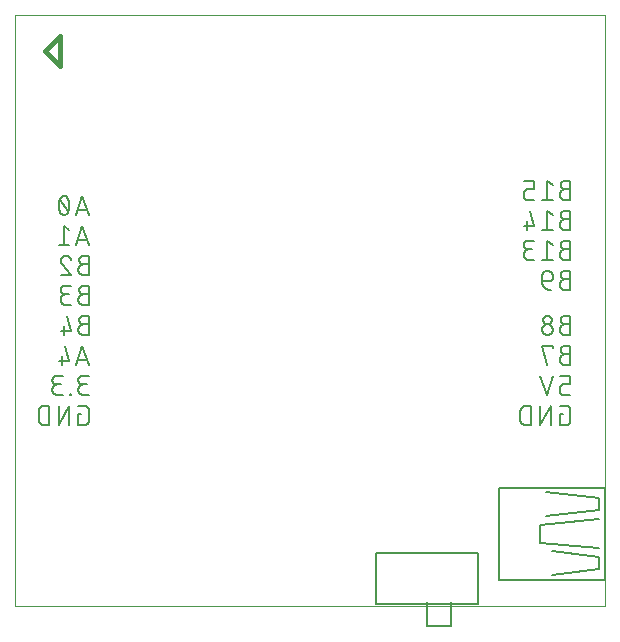
<source format=gbo>
G04 EAGLE Gerber X2 export*
%TF.Part,Single*%
%TF.FileFunction,Other,Silk bottom*%
%TF.FilePolarity,Positive*%
%TF.GenerationSoftware,Autodesk,EAGLE,8.7.1*%
%TF.CreationDate,2018-04-17T03:08:07Z*%
G75*
%MOMM*%
%FSLAX34Y34*%
%LPD*%
%AMOC8*
5,1,8,0,0,1.08239X$1,22.5*%
G01*
%ADD10C,0.000000*%
%ADD11C,0.406400*%
%ADD12C,0.152400*%
%ADD13C,0.127000*%


D10*
X0Y0D02*
X500000Y0D01*
X500000Y500000D01*
X0Y500000D01*
X0Y0D01*
D11*
X25400Y469900D02*
X38100Y482600D01*
X25400Y469900D02*
X38100Y457200D01*
X38100Y482600D01*
D12*
X465892Y352693D02*
X470408Y352693D01*
X465892Y352694D02*
X465759Y352692D01*
X465627Y352686D01*
X465495Y352676D01*
X465363Y352663D01*
X465231Y352645D01*
X465101Y352624D01*
X464970Y352599D01*
X464841Y352570D01*
X464713Y352537D01*
X464585Y352501D01*
X464459Y352461D01*
X464334Y352417D01*
X464210Y352369D01*
X464088Y352318D01*
X463967Y352263D01*
X463848Y352205D01*
X463730Y352143D01*
X463615Y352078D01*
X463501Y352009D01*
X463390Y351938D01*
X463281Y351862D01*
X463174Y351784D01*
X463069Y351703D01*
X462967Y351618D01*
X462867Y351531D01*
X462770Y351441D01*
X462675Y351348D01*
X462584Y351252D01*
X462495Y351154D01*
X462409Y351053D01*
X462326Y350949D01*
X462246Y350843D01*
X462170Y350735D01*
X462096Y350625D01*
X462026Y350512D01*
X461959Y350398D01*
X461896Y350281D01*
X461836Y350163D01*
X461779Y350043D01*
X461726Y349921D01*
X461677Y349798D01*
X461631Y349674D01*
X461589Y349548D01*
X461551Y349421D01*
X461516Y349293D01*
X461485Y349164D01*
X461458Y349035D01*
X461435Y348904D01*
X461415Y348773D01*
X461400Y348641D01*
X461388Y348509D01*
X461380Y348377D01*
X461376Y348244D01*
X461376Y348112D01*
X461380Y347979D01*
X461388Y347847D01*
X461400Y347715D01*
X461415Y347583D01*
X461435Y347452D01*
X461458Y347321D01*
X461485Y347192D01*
X461516Y347063D01*
X461551Y346935D01*
X461589Y346808D01*
X461631Y346682D01*
X461677Y346558D01*
X461726Y346435D01*
X461779Y346313D01*
X461836Y346193D01*
X461896Y346075D01*
X461959Y345958D01*
X462026Y345844D01*
X462096Y345731D01*
X462170Y345621D01*
X462246Y345513D01*
X462326Y345407D01*
X462409Y345303D01*
X462495Y345202D01*
X462584Y345104D01*
X462675Y345008D01*
X462770Y344915D01*
X462867Y344825D01*
X462967Y344738D01*
X463069Y344653D01*
X463174Y344572D01*
X463281Y344494D01*
X463390Y344418D01*
X463501Y344347D01*
X463615Y344278D01*
X463730Y344213D01*
X463848Y344151D01*
X463967Y344093D01*
X464088Y344038D01*
X464210Y343987D01*
X464334Y343939D01*
X464459Y343895D01*
X464585Y343855D01*
X464713Y343819D01*
X464841Y343786D01*
X464970Y343757D01*
X465101Y343732D01*
X465231Y343711D01*
X465363Y343693D01*
X465495Y343680D01*
X465627Y343670D01*
X465759Y343664D01*
X465892Y343662D01*
X470408Y343662D01*
X470408Y359918D01*
X465892Y359918D01*
X465773Y359916D01*
X465653Y359910D01*
X465534Y359900D01*
X465416Y359886D01*
X465297Y359869D01*
X465180Y359847D01*
X465063Y359822D01*
X464948Y359792D01*
X464833Y359759D01*
X464719Y359722D01*
X464607Y359682D01*
X464496Y359637D01*
X464387Y359589D01*
X464279Y359538D01*
X464173Y359483D01*
X464069Y359424D01*
X463967Y359362D01*
X463867Y359297D01*
X463769Y359228D01*
X463673Y359156D01*
X463580Y359081D01*
X463490Y359004D01*
X463402Y358923D01*
X463317Y358839D01*
X463235Y358752D01*
X463155Y358663D01*
X463079Y358571D01*
X463005Y358477D01*
X462935Y358380D01*
X462868Y358282D01*
X462804Y358181D01*
X462744Y358077D01*
X462687Y357972D01*
X462634Y357865D01*
X462584Y357757D01*
X462538Y357647D01*
X462496Y357535D01*
X462457Y357422D01*
X462422Y357308D01*
X462391Y357193D01*
X462363Y357076D01*
X462340Y356959D01*
X462320Y356842D01*
X462304Y356723D01*
X462292Y356604D01*
X462284Y356485D01*
X462280Y356366D01*
X462280Y356246D01*
X462284Y356127D01*
X462292Y356008D01*
X462304Y355889D01*
X462320Y355770D01*
X462340Y355653D01*
X462363Y355536D01*
X462391Y355419D01*
X462422Y355304D01*
X462457Y355190D01*
X462496Y355077D01*
X462538Y354965D01*
X462584Y354855D01*
X462634Y354747D01*
X462687Y354640D01*
X462744Y354535D01*
X462804Y354431D01*
X462868Y354330D01*
X462935Y354232D01*
X463005Y354135D01*
X463079Y354041D01*
X463155Y353949D01*
X463235Y353860D01*
X463317Y353773D01*
X463402Y353689D01*
X463490Y353608D01*
X463580Y353531D01*
X463673Y353456D01*
X463769Y353384D01*
X463867Y353315D01*
X463967Y353250D01*
X464069Y353188D01*
X464173Y353129D01*
X464279Y353074D01*
X464387Y353023D01*
X464496Y352975D01*
X464607Y352930D01*
X464719Y352890D01*
X464833Y352853D01*
X464948Y352820D01*
X465063Y352790D01*
X465180Y352765D01*
X465297Y352743D01*
X465416Y352726D01*
X465534Y352712D01*
X465653Y352702D01*
X465773Y352696D01*
X465892Y352694D01*
X455509Y356306D02*
X450993Y359918D01*
X450993Y343662D01*
X446478Y343662D02*
X455509Y343662D01*
X439878Y343662D02*
X434459Y343662D01*
X434341Y343664D01*
X434223Y343670D01*
X434105Y343679D01*
X433988Y343693D01*
X433871Y343710D01*
X433754Y343731D01*
X433639Y343756D01*
X433524Y343785D01*
X433410Y343818D01*
X433298Y343854D01*
X433187Y343894D01*
X433077Y343937D01*
X432968Y343984D01*
X432861Y344034D01*
X432756Y344089D01*
X432653Y344146D01*
X432552Y344207D01*
X432452Y344271D01*
X432355Y344338D01*
X432260Y344408D01*
X432168Y344482D01*
X432077Y344558D01*
X431990Y344638D01*
X431905Y344720D01*
X431823Y344805D01*
X431743Y344892D01*
X431667Y344983D01*
X431593Y345075D01*
X431523Y345170D01*
X431456Y345267D01*
X431392Y345367D01*
X431331Y345468D01*
X431274Y345571D01*
X431219Y345676D01*
X431169Y345783D01*
X431122Y345892D01*
X431079Y346002D01*
X431039Y346113D01*
X431003Y346225D01*
X430970Y346339D01*
X430941Y346454D01*
X430916Y346569D01*
X430895Y346686D01*
X430878Y346803D01*
X430864Y346920D01*
X430855Y347038D01*
X430849Y347156D01*
X430847Y347274D01*
X430846Y347274D02*
X430846Y349081D01*
X430847Y349081D02*
X430849Y349199D01*
X430855Y349317D01*
X430864Y349435D01*
X430878Y349552D01*
X430895Y349669D01*
X430916Y349786D01*
X430941Y349901D01*
X430970Y350016D01*
X431003Y350130D01*
X431039Y350242D01*
X431079Y350353D01*
X431122Y350463D01*
X431169Y350572D01*
X431219Y350679D01*
X431274Y350784D01*
X431331Y350887D01*
X431392Y350988D01*
X431456Y351088D01*
X431523Y351185D01*
X431593Y351280D01*
X431667Y351372D01*
X431743Y351463D01*
X431823Y351550D01*
X431905Y351635D01*
X431990Y351717D01*
X432077Y351797D01*
X432168Y351873D01*
X432260Y351947D01*
X432355Y352017D01*
X432452Y352084D01*
X432552Y352148D01*
X432653Y352209D01*
X432756Y352266D01*
X432861Y352321D01*
X432968Y352371D01*
X433077Y352418D01*
X433187Y352461D01*
X433298Y352501D01*
X433410Y352537D01*
X433524Y352570D01*
X433639Y352599D01*
X433754Y352624D01*
X433871Y352645D01*
X433988Y352662D01*
X434105Y352676D01*
X434223Y352685D01*
X434341Y352691D01*
X434459Y352693D01*
X439878Y352693D01*
X439878Y359918D01*
X430846Y359918D01*
X465892Y327293D02*
X470408Y327293D01*
X465892Y327294D02*
X465759Y327292D01*
X465627Y327286D01*
X465495Y327276D01*
X465363Y327263D01*
X465231Y327245D01*
X465101Y327224D01*
X464970Y327199D01*
X464841Y327170D01*
X464713Y327137D01*
X464585Y327101D01*
X464459Y327061D01*
X464334Y327017D01*
X464210Y326969D01*
X464088Y326918D01*
X463967Y326863D01*
X463848Y326805D01*
X463730Y326743D01*
X463615Y326678D01*
X463501Y326609D01*
X463390Y326538D01*
X463281Y326462D01*
X463174Y326384D01*
X463069Y326303D01*
X462967Y326218D01*
X462867Y326131D01*
X462770Y326041D01*
X462675Y325948D01*
X462584Y325852D01*
X462495Y325754D01*
X462409Y325653D01*
X462326Y325549D01*
X462246Y325443D01*
X462170Y325335D01*
X462096Y325225D01*
X462026Y325112D01*
X461959Y324998D01*
X461896Y324881D01*
X461836Y324763D01*
X461779Y324643D01*
X461726Y324521D01*
X461677Y324398D01*
X461631Y324274D01*
X461589Y324148D01*
X461551Y324021D01*
X461516Y323893D01*
X461485Y323764D01*
X461458Y323635D01*
X461435Y323504D01*
X461415Y323373D01*
X461400Y323241D01*
X461388Y323109D01*
X461380Y322977D01*
X461376Y322844D01*
X461376Y322712D01*
X461380Y322579D01*
X461388Y322447D01*
X461400Y322315D01*
X461415Y322183D01*
X461435Y322052D01*
X461458Y321921D01*
X461485Y321792D01*
X461516Y321663D01*
X461551Y321535D01*
X461589Y321408D01*
X461631Y321282D01*
X461677Y321158D01*
X461726Y321035D01*
X461779Y320913D01*
X461836Y320793D01*
X461896Y320675D01*
X461959Y320558D01*
X462026Y320444D01*
X462096Y320331D01*
X462170Y320221D01*
X462246Y320113D01*
X462326Y320007D01*
X462409Y319903D01*
X462495Y319802D01*
X462584Y319704D01*
X462675Y319608D01*
X462770Y319515D01*
X462867Y319425D01*
X462967Y319338D01*
X463069Y319253D01*
X463174Y319172D01*
X463281Y319094D01*
X463390Y319018D01*
X463501Y318947D01*
X463615Y318878D01*
X463730Y318813D01*
X463848Y318751D01*
X463967Y318693D01*
X464088Y318638D01*
X464210Y318587D01*
X464334Y318539D01*
X464459Y318495D01*
X464585Y318455D01*
X464713Y318419D01*
X464841Y318386D01*
X464970Y318357D01*
X465101Y318332D01*
X465231Y318311D01*
X465363Y318293D01*
X465495Y318280D01*
X465627Y318270D01*
X465759Y318264D01*
X465892Y318262D01*
X470408Y318262D01*
X470408Y334518D01*
X465892Y334518D01*
X465773Y334516D01*
X465653Y334510D01*
X465534Y334500D01*
X465416Y334486D01*
X465297Y334469D01*
X465180Y334447D01*
X465063Y334422D01*
X464948Y334392D01*
X464833Y334359D01*
X464719Y334322D01*
X464607Y334282D01*
X464496Y334237D01*
X464387Y334189D01*
X464279Y334138D01*
X464173Y334083D01*
X464069Y334024D01*
X463967Y333962D01*
X463867Y333897D01*
X463769Y333828D01*
X463673Y333756D01*
X463580Y333681D01*
X463490Y333604D01*
X463402Y333523D01*
X463317Y333439D01*
X463235Y333352D01*
X463155Y333263D01*
X463079Y333171D01*
X463005Y333077D01*
X462935Y332980D01*
X462868Y332882D01*
X462804Y332781D01*
X462744Y332677D01*
X462687Y332572D01*
X462634Y332465D01*
X462584Y332357D01*
X462538Y332247D01*
X462496Y332135D01*
X462457Y332022D01*
X462422Y331908D01*
X462391Y331793D01*
X462363Y331676D01*
X462340Y331559D01*
X462320Y331442D01*
X462304Y331323D01*
X462292Y331204D01*
X462284Y331085D01*
X462280Y330966D01*
X462280Y330846D01*
X462284Y330727D01*
X462292Y330608D01*
X462304Y330489D01*
X462320Y330370D01*
X462340Y330253D01*
X462363Y330136D01*
X462391Y330019D01*
X462422Y329904D01*
X462457Y329790D01*
X462496Y329677D01*
X462538Y329565D01*
X462584Y329455D01*
X462634Y329347D01*
X462687Y329240D01*
X462744Y329135D01*
X462804Y329031D01*
X462868Y328930D01*
X462935Y328832D01*
X463005Y328735D01*
X463079Y328641D01*
X463155Y328549D01*
X463235Y328460D01*
X463317Y328373D01*
X463402Y328289D01*
X463490Y328208D01*
X463580Y328131D01*
X463673Y328056D01*
X463769Y327984D01*
X463867Y327915D01*
X463967Y327850D01*
X464069Y327788D01*
X464173Y327729D01*
X464279Y327674D01*
X464387Y327623D01*
X464496Y327575D01*
X464607Y327530D01*
X464719Y327490D01*
X464833Y327453D01*
X464948Y327420D01*
X465063Y327390D01*
X465180Y327365D01*
X465297Y327343D01*
X465416Y327326D01*
X465534Y327312D01*
X465653Y327302D01*
X465773Y327296D01*
X465892Y327294D01*
X455509Y330906D02*
X450993Y334518D01*
X450993Y318262D01*
X446478Y318262D02*
X455509Y318262D01*
X439878Y321874D02*
X436265Y334518D01*
X439878Y321874D02*
X430846Y321874D01*
X433556Y318262D02*
X433556Y325487D01*
X465892Y301893D02*
X470408Y301893D01*
X465892Y301894D02*
X465759Y301892D01*
X465627Y301886D01*
X465495Y301876D01*
X465363Y301863D01*
X465231Y301845D01*
X465101Y301824D01*
X464970Y301799D01*
X464841Y301770D01*
X464713Y301737D01*
X464585Y301701D01*
X464459Y301661D01*
X464334Y301617D01*
X464210Y301569D01*
X464088Y301518D01*
X463967Y301463D01*
X463848Y301405D01*
X463730Y301343D01*
X463615Y301278D01*
X463501Y301209D01*
X463390Y301138D01*
X463281Y301062D01*
X463174Y300984D01*
X463069Y300903D01*
X462967Y300818D01*
X462867Y300731D01*
X462770Y300641D01*
X462675Y300548D01*
X462584Y300452D01*
X462495Y300354D01*
X462409Y300253D01*
X462326Y300149D01*
X462246Y300043D01*
X462170Y299935D01*
X462096Y299825D01*
X462026Y299712D01*
X461959Y299598D01*
X461896Y299481D01*
X461836Y299363D01*
X461779Y299243D01*
X461726Y299121D01*
X461677Y298998D01*
X461631Y298874D01*
X461589Y298748D01*
X461551Y298621D01*
X461516Y298493D01*
X461485Y298364D01*
X461458Y298235D01*
X461435Y298104D01*
X461415Y297973D01*
X461400Y297841D01*
X461388Y297709D01*
X461380Y297577D01*
X461376Y297444D01*
X461376Y297312D01*
X461380Y297179D01*
X461388Y297047D01*
X461400Y296915D01*
X461415Y296783D01*
X461435Y296652D01*
X461458Y296521D01*
X461485Y296392D01*
X461516Y296263D01*
X461551Y296135D01*
X461589Y296008D01*
X461631Y295882D01*
X461677Y295758D01*
X461726Y295635D01*
X461779Y295513D01*
X461836Y295393D01*
X461896Y295275D01*
X461959Y295158D01*
X462026Y295044D01*
X462096Y294931D01*
X462170Y294821D01*
X462246Y294713D01*
X462326Y294607D01*
X462409Y294503D01*
X462495Y294402D01*
X462584Y294304D01*
X462675Y294208D01*
X462770Y294115D01*
X462867Y294025D01*
X462967Y293938D01*
X463069Y293853D01*
X463174Y293772D01*
X463281Y293694D01*
X463390Y293618D01*
X463501Y293547D01*
X463615Y293478D01*
X463730Y293413D01*
X463848Y293351D01*
X463967Y293293D01*
X464088Y293238D01*
X464210Y293187D01*
X464334Y293139D01*
X464459Y293095D01*
X464585Y293055D01*
X464713Y293019D01*
X464841Y292986D01*
X464970Y292957D01*
X465101Y292932D01*
X465231Y292911D01*
X465363Y292893D01*
X465495Y292880D01*
X465627Y292870D01*
X465759Y292864D01*
X465892Y292862D01*
X470408Y292862D01*
X470408Y309118D01*
X465892Y309118D01*
X465773Y309116D01*
X465653Y309110D01*
X465534Y309100D01*
X465416Y309086D01*
X465297Y309069D01*
X465180Y309047D01*
X465063Y309022D01*
X464948Y308992D01*
X464833Y308959D01*
X464719Y308922D01*
X464607Y308882D01*
X464496Y308837D01*
X464387Y308789D01*
X464279Y308738D01*
X464173Y308683D01*
X464069Y308624D01*
X463967Y308562D01*
X463867Y308497D01*
X463769Y308428D01*
X463673Y308356D01*
X463580Y308281D01*
X463490Y308204D01*
X463402Y308123D01*
X463317Y308039D01*
X463235Y307952D01*
X463155Y307863D01*
X463079Y307771D01*
X463005Y307677D01*
X462935Y307580D01*
X462868Y307482D01*
X462804Y307381D01*
X462744Y307277D01*
X462687Y307172D01*
X462634Y307065D01*
X462584Y306957D01*
X462538Y306847D01*
X462496Y306735D01*
X462457Y306622D01*
X462422Y306508D01*
X462391Y306393D01*
X462363Y306276D01*
X462340Y306159D01*
X462320Y306042D01*
X462304Y305923D01*
X462292Y305804D01*
X462284Y305685D01*
X462280Y305566D01*
X462280Y305446D01*
X462284Y305327D01*
X462292Y305208D01*
X462304Y305089D01*
X462320Y304970D01*
X462340Y304853D01*
X462363Y304736D01*
X462391Y304619D01*
X462422Y304504D01*
X462457Y304390D01*
X462496Y304277D01*
X462538Y304165D01*
X462584Y304055D01*
X462634Y303947D01*
X462687Y303840D01*
X462744Y303735D01*
X462804Y303631D01*
X462868Y303530D01*
X462935Y303432D01*
X463005Y303335D01*
X463079Y303241D01*
X463155Y303149D01*
X463235Y303060D01*
X463317Y302973D01*
X463402Y302889D01*
X463490Y302808D01*
X463580Y302731D01*
X463673Y302656D01*
X463769Y302584D01*
X463867Y302515D01*
X463967Y302450D01*
X464069Y302388D01*
X464173Y302329D01*
X464279Y302274D01*
X464387Y302223D01*
X464496Y302175D01*
X464607Y302130D01*
X464719Y302090D01*
X464833Y302053D01*
X464948Y302020D01*
X465063Y301990D01*
X465180Y301965D01*
X465297Y301943D01*
X465416Y301926D01*
X465534Y301912D01*
X465653Y301902D01*
X465773Y301896D01*
X465892Y301894D01*
X455509Y305506D02*
X450993Y309118D01*
X450993Y292862D01*
X446478Y292862D02*
X455509Y292862D01*
X439878Y292862D02*
X435362Y292862D01*
X435229Y292864D01*
X435097Y292870D01*
X434965Y292880D01*
X434833Y292893D01*
X434701Y292911D01*
X434571Y292932D01*
X434440Y292957D01*
X434311Y292986D01*
X434183Y293019D01*
X434055Y293055D01*
X433929Y293095D01*
X433804Y293139D01*
X433680Y293187D01*
X433558Y293238D01*
X433437Y293293D01*
X433318Y293351D01*
X433200Y293413D01*
X433085Y293478D01*
X432971Y293547D01*
X432860Y293618D01*
X432751Y293694D01*
X432644Y293772D01*
X432539Y293853D01*
X432437Y293938D01*
X432337Y294025D01*
X432240Y294115D01*
X432145Y294208D01*
X432054Y294304D01*
X431965Y294402D01*
X431879Y294503D01*
X431796Y294607D01*
X431716Y294713D01*
X431640Y294821D01*
X431566Y294931D01*
X431496Y295044D01*
X431429Y295158D01*
X431366Y295275D01*
X431306Y295393D01*
X431249Y295513D01*
X431196Y295635D01*
X431147Y295758D01*
X431101Y295882D01*
X431059Y296008D01*
X431021Y296135D01*
X430986Y296263D01*
X430955Y296392D01*
X430928Y296521D01*
X430905Y296652D01*
X430885Y296783D01*
X430870Y296915D01*
X430858Y297047D01*
X430850Y297179D01*
X430846Y297312D01*
X430846Y297444D01*
X430850Y297577D01*
X430858Y297709D01*
X430870Y297841D01*
X430885Y297973D01*
X430905Y298104D01*
X430928Y298235D01*
X430955Y298364D01*
X430986Y298493D01*
X431021Y298621D01*
X431059Y298748D01*
X431101Y298874D01*
X431147Y298998D01*
X431196Y299121D01*
X431249Y299243D01*
X431306Y299363D01*
X431366Y299481D01*
X431429Y299598D01*
X431496Y299712D01*
X431566Y299825D01*
X431640Y299935D01*
X431716Y300043D01*
X431796Y300149D01*
X431879Y300253D01*
X431965Y300354D01*
X432054Y300452D01*
X432145Y300548D01*
X432240Y300641D01*
X432337Y300731D01*
X432437Y300818D01*
X432539Y300903D01*
X432644Y300984D01*
X432751Y301062D01*
X432860Y301138D01*
X432971Y301209D01*
X433085Y301278D01*
X433200Y301343D01*
X433318Y301405D01*
X433437Y301463D01*
X433558Y301518D01*
X433680Y301569D01*
X433804Y301617D01*
X433929Y301661D01*
X434055Y301701D01*
X434183Y301737D01*
X434311Y301770D01*
X434440Y301799D01*
X434571Y301824D01*
X434701Y301845D01*
X434833Y301863D01*
X434965Y301876D01*
X435097Y301886D01*
X435229Y301892D01*
X435362Y301894D01*
X434459Y309118D02*
X439878Y309118D01*
X434459Y309118D02*
X434340Y309116D01*
X434220Y309110D01*
X434101Y309100D01*
X433983Y309086D01*
X433864Y309069D01*
X433747Y309047D01*
X433630Y309022D01*
X433515Y308992D01*
X433400Y308959D01*
X433286Y308922D01*
X433174Y308882D01*
X433063Y308837D01*
X432954Y308789D01*
X432846Y308738D01*
X432740Y308683D01*
X432636Y308624D01*
X432534Y308562D01*
X432434Y308497D01*
X432336Y308428D01*
X432240Y308356D01*
X432147Y308281D01*
X432057Y308204D01*
X431969Y308123D01*
X431884Y308039D01*
X431802Y307952D01*
X431722Y307863D01*
X431646Y307771D01*
X431572Y307677D01*
X431502Y307580D01*
X431435Y307482D01*
X431371Y307381D01*
X431311Y307277D01*
X431254Y307172D01*
X431201Y307065D01*
X431151Y306957D01*
X431105Y306847D01*
X431063Y306735D01*
X431024Y306622D01*
X430989Y306508D01*
X430958Y306393D01*
X430930Y306276D01*
X430907Y306159D01*
X430887Y306042D01*
X430871Y305923D01*
X430859Y305804D01*
X430851Y305685D01*
X430847Y305566D01*
X430847Y305446D01*
X430851Y305327D01*
X430859Y305208D01*
X430871Y305089D01*
X430887Y304970D01*
X430907Y304853D01*
X430930Y304736D01*
X430958Y304619D01*
X430989Y304504D01*
X431024Y304390D01*
X431063Y304277D01*
X431105Y304165D01*
X431151Y304055D01*
X431201Y303947D01*
X431254Y303840D01*
X431311Y303735D01*
X431371Y303631D01*
X431435Y303530D01*
X431502Y303432D01*
X431572Y303335D01*
X431646Y303241D01*
X431722Y303149D01*
X431802Y303060D01*
X431884Y302973D01*
X431969Y302889D01*
X432057Y302808D01*
X432147Y302731D01*
X432240Y302656D01*
X432336Y302584D01*
X432434Y302515D01*
X432534Y302450D01*
X432636Y302388D01*
X432740Y302329D01*
X432846Y302274D01*
X432954Y302223D01*
X433063Y302175D01*
X433174Y302130D01*
X433286Y302090D01*
X433400Y302053D01*
X433515Y302020D01*
X433630Y301990D01*
X433747Y301965D01*
X433864Y301943D01*
X433983Y301926D01*
X434101Y301912D01*
X434220Y301902D01*
X434340Y301896D01*
X434459Y301894D01*
X434459Y301893D02*
X438071Y301893D01*
X465892Y276493D02*
X470408Y276493D01*
X465892Y276494D02*
X465759Y276492D01*
X465627Y276486D01*
X465495Y276476D01*
X465363Y276463D01*
X465231Y276445D01*
X465101Y276424D01*
X464970Y276399D01*
X464841Y276370D01*
X464713Y276337D01*
X464585Y276301D01*
X464459Y276261D01*
X464334Y276217D01*
X464210Y276169D01*
X464088Y276118D01*
X463967Y276063D01*
X463848Y276005D01*
X463730Y275943D01*
X463615Y275878D01*
X463501Y275809D01*
X463390Y275738D01*
X463281Y275662D01*
X463174Y275584D01*
X463069Y275503D01*
X462967Y275418D01*
X462867Y275331D01*
X462770Y275241D01*
X462675Y275148D01*
X462584Y275052D01*
X462495Y274954D01*
X462409Y274853D01*
X462326Y274749D01*
X462246Y274643D01*
X462170Y274535D01*
X462096Y274425D01*
X462026Y274312D01*
X461959Y274198D01*
X461896Y274081D01*
X461836Y273963D01*
X461779Y273843D01*
X461726Y273721D01*
X461677Y273598D01*
X461631Y273474D01*
X461589Y273348D01*
X461551Y273221D01*
X461516Y273093D01*
X461485Y272964D01*
X461458Y272835D01*
X461435Y272704D01*
X461415Y272573D01*
X461400Y272441D01*
X461388Y272309D01*
X461380Y272177D01*
X461376Y272044D01*
X461376Y271912D01*
X461380Y271779D01*
X461388Y271647D01*
X461400Y271515D01*
X461415Y271383D01*
X461435Y271252D01*
X461458Y271121D01*
X461485Y270992D01*
X461516Y270863D01*
X461551Y270735D01*
X461589Y270608D01*
X461631Y270482D01*
X461677Y270358D01*
X461726Y270235D01*
X461779Y270113D01*
X461836Y269993D01*
X461896Y269875D01*
X461959Y269758D01*
X462026Y269644D01*
X462096Y269531D01*
X462170Y269421D01*
X462246Y269313D01*
X462326Y269207D01*
X462409Y269103D01*
X462495Y269002D01*
X462584Y268904D01*
X462675Y268808D01*
X462770Y268715D01*
X462867Y268625D01*
X462967Y268538D01*
X463069Y268453D01*
X463174Y268372D01*
X463281Y268294D01*
X463390Y268218D01*
X463501Y268147D01*
X463615Y268078D01*
X463730Y268013D01*
X463848Y267951D01*
X463967Y267893D01*
X464088Y267838D01*
X464210Y267787D01*
X464334Y267739D01*
X464459Y267695D01*
X464585Y267655D01*
X464713Y267619D01*
X464841Y267586D01*
X464970Y267557D01*
X465101Y267532D01*
X465231Y267511D01*
X465363Y267493D01*
X465495Y267480D01*
X465627Y267470D01*
X465759Y267464D01*
X465892Y267462D01*
X470408Y267462D01*
X470408Y283718D01*
X465892Y283718D01*
X465773Y283716D01*
X465653Y283710D01*
X465534Y283700D01*
X465416Y283686D01*
X465297Y283669D01*
X465180Y283647D01*
X465063Y283622D01*
X464948Y283592D01*
X464833Y283559D01*
X464719Y283522D01*
X464607Y283482D01*
X464496Y283437D01*
X464387Y283389D01*
X464279Y283338D01*
X464173Y283283D01*
X464069Y283224D01*
X463967Y283162D01*
X463867Y283097D01*
X463769Y283028D01*
X463673Y282956D01*
X463580Y282881D01*
X463490Y282804D01*
X463402Y282723D01*
X463317Y282639D01*
X463235Y282552D01*
X463155Y282463D01*
X463079Y282371D01*
X463005Y282277D01*
X462935Y282180D01*
X462868Y282082D01*
X462804Y281981D01*
X462744Y281877D01*
X462687Y281772D01*
X462634Y281665D01*
X462584Y281557D01*
X462538Y281447D01*
X462496Y281335D01*
X462457Y281222D01*
X462422Y281108D01*
X462391Y280993D01*
X462363Y280876D01*
X462340Y280759D01*
X462320Y280642D01*
X462304Y280523D01*
X462292Y280404D01*
X462284Y280285D01*
X462280Y280166D01*
X462280Y280046D01*
X462284Y279927D01*
X462292Y279808D01*
X462304Y279689D01*
X462320Y279570D01*
X462340Y279453D01*
X462363Y279336D01*
X462391Y279219D01*
X462422Y279104D01*
X462457Y278990D01*
X462496Y278877D01*
X462538Y278765D01*
X462584Y278655D01*
X462634Y278547D01*
X462687Y278440D01*
X462744Y278335D01*
X462804Y278231D01*
X462868Y278130D01*
X462935Y278032D01*
X463005Y277935D01*
X463079Y277841D01*
X463155Y277749D01*
X463235Y277660D01*
X463317Y277573D01*
X463402Y277489D01*
X463490Y277408D01*
X463580Y277331D01*
X463673Y277256D01*
X463769Y277184D01*
X463867Y277115D01*
X463967Y277050D01*
X464069Y276988D01*
X464173Y276929D01*
X464279Y276874D01*
X464387Y276823D01*
X464496Y276775D01*
X464607Y276730D01*
X464719Y276690D01*
X464833Y276653D01*
X464948Y276620D01*
X465063Y276590D01*
X465180Y276565D01*
X465297Y276543D01*
X465416Y276526D01*
X465534Y276512D01*
X465653Y276502D01*
X465773Y276496D01*
X465892Y276494D01*
X451896Y274687D02*
X446478Y274687D01*
X451896Y274687D02*
X452014Y274689D01*
X452132Y274695D01*
X452250Y274704D01*
X452367Y274718D01*
X452484Y274735D01*
X452601Y274756D01*
X452716Y274781D01*
X452831Y274810D01*
X452945Y274843D01*
X453057Y274879D01*
X453168Y274919D01*
X453278Y274962D01*
X453387Y275009D01*
X453494Y275059D01*
X453599Y275114D01*
X453702Y275171D01*
X453803Y275232D01*
X453903Y275296D01*
X454000Y275363D01*
X454095Y275433D01*
X454187Y275507D01*
X454278Y275583D01*
X454365Y275663D01*
X454450Y275745D01*
X454532Y275830D01*
X454612Y275917D01*
X454688Y276008D01*
X454762Y276100D01*
X454832Y276195D01*
X454899Y276292D01*
X454963Y276392D01*
X455024Y276493D01*
X455081Y276596D01*
X455136Y276701D01*
X455186Y276808D01*
X455233Y276917D01*
X455276Y277027D01*
X455316Y277138D01*
X455352Y277250D01*
X455385Y277364D01*
X455414Y277479D01*
X455439Y277594D01*
X455460Y277711D01*
X455477Y277828D01*
X455491Y277945D01*
X455500Y278063D01*
X455506Y278181D01*
X455508Y278299D01*
X455509Y278299D02*
X455509Y279202D01*
X455507Y279335D01*
X455501Y279467D01*
X455491Y279599D01*
X455478Y279731D01*
X455460Y279863D01*
X455439Y279993D01*
X455414Y280124D01*
X455385Y280253D01*
X455352Y280381D01*
X455316Y280509D01*
X455276Y280635D01*
X455232Y280760D01*
X455184Y280884D01*
X455133Y281006D01*
X455078Y281127D01*
X455020Y281246D01*
X454958Y281364D01*
X454893Y281479D01*
X454824Y281593D01*
X454753Y281704D01*
X454677Y281813D01*
X454599Y281920D01*
X454518Y282025D01*
X454433Y282127D01*
X454346Y282227D01*
X454256Y282324D01*
X454163Y282419D01*
X454067Y282510D01*
X453969Y282599D01*
X453868Y282685D01*
X453764Y282768D01*
X453658Y282848D01*
X453550Y282924D01*
X453440Y282998D01*
X453327Y283068D01*
X453213Y283135D01*
X453096Y283198D01*
X452978Y283258D01*
X452858Y283315D01*
X452736Y283368D01*
X452613Y283417D01*
X452489Y283463D01*
X452363Y283505D01*
X452236Y283543D01*
X452108Y283578D01*
X451979Y283609D01*
X451850Y283636D01*
X451719Y283659D01*
X451588Y283679D01*
X451456Y283694D01*
X451324Y283706D01*
X451192Y283714D01*
X451059Y283718D01*
X450927Y283718D01*
X450794Y283714D01*
X450662Y283706D01*
X450530Y283694D01*
X450398Y283679D01*
X450267Y283659D01*
X450136Y283636D01*
X450007Y283609D01*
X449878Y283578D01*
X449750Y283543D01*
X449623Y283505D01*
X449497Y283463D01*
X449373Y283417D01*
X449250Y283368D01*
X449128Y283315D01*
X449008Y283258D01*
X448890Y283198D01*
X448773Y283135D01*
X448659Y283068D01*
X448546Y282998D01*
X448436Y282924D01*
X448328Y282848D01*
X448222Y282768D01*
X448118Y282685D01*
X448017Y282599D01*
X447919Y282510D01*
X447823Y282419D01*
X447730Y282324D01*
X447640Y282227D01*
X447553Y282127D01*
X447468Y282025D01*
X447387Y281920D01*
X447309Y281813D01*
X447233Y281704D01*
X447162Y281593D01*
X447093Y281479D01*
X447028Y281364D01*
X446966Y281246D01*
X446908Y281127D01*
X446853Y281006D01*
X446802Y280884D01*
X446754Y280760D01*
X446710Y280635D01*
X446670Y280509D01*
X446634Y280381D01*
X446601Y280253D01*
X446572Y280124D01*
X446547Y279993D01*
X446526Y279863D01*
X446508Y279731D01*
X446495Y279599D01*
X446485Y279467D01*
X446479Y279335D01*
X446477Y279202D01*
X446478Y279202D02*
X446478Y274687D01*
X446480Y274512D01*
X446486Y274338D01*
X446497Y274164D01*
X446512Y273990D01*
X446531Y273816D01*
X446554Y273643D01*
X446581Y273471D01*
X446613Y273299D01*
X446648Y273128D01*
X446688Y272958D01*
X446732Y272789D01*
X446780Y272621D01*
X446832Y272454D01*
X446888Y272289D01*
X446948Y272125D01*
X447011Y271962D01*
X447079Y271802D01*
X447151Y271642D01*
X447226Y271485D01*
X447306Y271329D01*
X447389Y271176D01*
X447475Y271024D01*
X447566Y270875D01*
X447660Y270728D01*
X447757Y270583D01*
X447858Y270440D01*
X447962Y270300D01*
X448070Y270163D01*
X448181Y270028D01*
X448295Y269896D01*
X448412Y269767D01*
X448533Y269640D01*
X448656Y269517D01*
X448783Y269396D01*
X448912Y269279D01*
X449044Y269165D01*
X449179Y269054D01*
X449316Y268946D01*
X449456Y268842D01*
X449599Y268741D01*
X449744Y268644D01*
X449891Y268550D01*
X450040Y268459D01*
X450192Y268373D01*
X450345Y268290D01*
X450501Y268210D01*
X450658Y268135D01*
X450818Y268063D01*
X450978Y267995D01*
X451141Y267932D01*
X451305Y267872D01*
X451470Y267816D01*
X451637Y267764D01*
X451805Y267716D01*
X451974Y267672D01*
X452144Y267632D01*
X452315Y267597D01*
X452487Y267565D01*
X452659Y267538D01*
X452832Y267515D01*
X453006Y267496D01*
X453180Y267481D01*
X453354Y267470D01*
X453528Y267464D01*
X453703Y267462D01*
X465892Y238393D02*
X470408Y238393D01*
X465892Y238394D02*
X465759Y238392D01*
X465627Y238386D01*
X465495Y238376D01*
X465363Y238363D01*
X465231Y238345D01*
X465101Y238324D01*
X464970Y238299D01*
X464841Y238270D01*
X464713Y238237D01*
X464585Y238201D01*
X464459Y238161D01*
X464334Y238117D01*
X464210Y238069D01*
X464088Y238018D01*
X463967Y237963D01*
X463848Y237905D01*
X463730Y237843D01*
X463615Y237778D01*
X463501Y237709D01*
X463390Y237638D01*
X463281Y237562D01*
X463174Y237484D01*
X463069Y237403D01*
X462967Y237318D01*
X462867Y237231D01*
X462770Y237141D01*
X462675Y237048D01*
X462584Y236952D01*
X462495Y236854D01*
X462409Y236753D01*
X462326Y236649D01*
X462246Y236543D01*
X462170Y236435D01*
X462096Y236325D01*
X462026Y236212D01*
X461959Y236098D01*
X461896Y235981D01*
X461836Y235863D01*
X461779Y235743D01*
X461726Y235621D01*
X461677Y235498D01*
X461631Y235374D01*
X461589Y235248D01*
X461551Y235121D01*
X461516Y234993D01*
X461485Y234864D01*
X461458Y234735D01*
X461435Y234604D01*
X461415Y234473D01*
X461400Y234341D01*
X461388Y234209D01*
X461380Y234077D01*
X461376Y233944D01*
X461376Y233812D01*
X461380Y233679D01*
X461388Y233547D01*
X461400Y233415D01*
X461415Y233283D01*
X461435Y233152D01*
X461458Y233021D01*
X461485Y232892D01*
X461516Y232763D01*
X461551Y232635D01*
X461589Y232508D01*
X461631Y232382D01*
X461677Y232258D01*
X461726Y232135D01*
X461779Y232013D01*
X461836Y231893D01*
X461896Y231775D01*
X461959Y231658D01*
X462026Y231544D01*
X462096Y231431D01*
X462170Y231321D01*
X462246Y231213D01*
X462326Y231107D01*
X462409Y231003D01*
X462495Y230902D01*
X462584Y230804D01*
X462675Y230708D01*
X462770Y230615D01*
X462867Y230525D01*
X462967Y230438D01*
X463069Y230353D01*
X463174Y230272D01*
X463281Y230194D01*
X463390Y230118D01*
X463501Y230047D01*
X463615Y229978D01*
X463730Y229913D01*
X463848Y229851D01*
X463967Y229793D01*
X464088Y229738D01*
X464210Y229687D01*
X464334Y229639D01*
X464459Y229595D01*
X464585Y229555D01*
X464713Y229519D01*
X464841Y229486D01*
X464970Y229457D01*
X465101Y229432D01*
X465231Y229411D01*
X465363Y229393D01*
X465495Y229380D01*
X465627Y229370D01*
X465759Y229364D01*
X465892Y229362D01*
X470408Y229362D01*
X470408Y245618D01*
X465892Y245618D01*
X465773Y245616D01*
X465653Y245610D01*
X465534Y245600D01*
X465416Y245586D01*
X465297Y245569D01*
X465180Y245547D01*
X465063Y245522D01*
X464948Y245492D01*
X464833Y245459D01*
X464719Y245422D01*
X464607Y245382D01*
X464496Y245337D01*
X464387Y245289D01*
X464279Y245238D01*
X464173Y245183D01*
X464069Y245124D01*
X463967Y245062D01*
X463867Y244997D01*
X463769Y244928D01*
X463673Y244856D01*
X463580Y244781D01*
X463490Y244704D01*
X463402Y244623D01*
X463317Y244539D01*
X463235Y244452D01*
X463155Y244363D01*
X463079Y244271D01*
X463005Y244177D01*
X462935Y244080D01*
X462868Y243982D01*
X462804Y243881D01*
X462744Y243777D01*
X462687Y243672D01*
X462634Y243565D01*
X462584Y243457D01*
X462538Y243347D01*
X462496Y243235D01*
X462457Y243122D01*
X462422Y243008D01*
X462391Y242893D01*
X462363Y242776D01*
X462340Y242659D01*
X462320Y242542D01*
X462304Y242423D01*
X462292Y242304D01*
X462284Y242185D01*
X462280Y242066D01*
X462280Y241946D01*
X462284Y241827D01*
X462292Y241708D01*
X462304Y241589D01*
X462320Y241470D01*
X462340Y241353D01*
X462363Y241236D01*
X462391Y241119D01*
X462422Y241004D01*
X462457Y240890D01*
X462496Y240777D01*
X462538Y240665D01*
X462584Y240555D01*
X462634Y240447D01*
X462687Y240340D01*
X462744Y240235D01*
X462804Y240131D01*
X462868Y240030D01*
X462935Y239932D01*
X463005Y239835D01*
X463079Y239741D01*
X463155Y239649D01*
X463235Y239560D01*
X463317Y239473D01*
X463402Y239389D01*
X463490Y239308D01*
X463580Y239231D01*
X463673Y239156D01*
X463769Y239084D01*
X463867Y239015D01*
X463967Y238950D01*
X464069Y238888D01*
X464173Y238829D01*
X464279Y238774D01*
X464387Y238723D01*
X464496Y238675D01*
X464607Y238630D01*
X464719Y238590D01*
X464833Y238553D01*
X464948Y238520D01*
X465063Y238490D01*
X465180Y238465D01*
X465297Y238443D01*
X465416Y238426D01*
X465534Y238412D01*
X465653Y238402D01*
X465773Y238396D01*
X465892Y238394D01*
X455509Y233878D02*
X455507Y234011D01*
X455501Y234143D01*
X455491Y234275D01*
X455478Y234407D01*
X455460Y234539D01*
X455439Y234669D01*
X455414Y234800D01*
X455385Y234929D01*
X455352Y235057D01*
X455316Y235185D01*
X455276Y235311D01*
X455232Y235436D01*
X455184Y235560D01*
X455133Y235682D01*
X455078Y235803D01*
X455020Y235922D01*
X454958Y236040D01*
X454893Y236155D01*
X454824Y236269D01*
X454753Y236380D01*
X454677Y236489D01*
X454599Y236596D01*
X454518Y236701D01*
X454433Y236803D01*
X454346Y236903D01*
X454256Y237000D01*
X454163Y237095D01*
X454067Y237186D01*
X453969Y237275D01*
X453868Y237361D01*
X453764Y237444D01*
X453658Y237524D01*
X453550Y237600D01*
X453440Y237674D01*
X453327Y237744D01*
X453213Y237811D01*
X453096Y237874D01*
X452978Y237934D01*
X452858Y237991D01*
X452736Y238044D01*
X452613Y238093D01*
X452489Y238139D01*
X452363Y238181D01*
X452236Y238219D01*
X452108Y238254D01*
X451979Y238285D01*
X451850Y238312D01*
X451719Y238335D01*
X451588Y238355D01*
X451456Y238370D01*
X451324Y238382D01*
X451192Y238390D01*
X451059Y238394D01*
X450927Y238394D01*
X450794Y238390D01*
X450662Y238382D01*
X450530Y238370D01*
X450398Y238355D01*
X450267Y238335D01*
X450136Y238312D01*
X450007Y238285D01*
X449878Y238254D01*
X449750Y238219D01*
X449623Y238181D01*
X449497Y238139D01*
X449373Y238093D01*
X449250Y238044D01*
X449128Y237991D01*
X449008Y237934D01*
X448890Y237874D01*
X448773Y237811D01*
X448659Y237744D01*
X448546Y237674D01*
X448436Y237600D01*
X448328Y237524D01*
X448222Y237444D01*
X448118Y237361D01*
X448017Y237275D01*
X447919Y237186D01*
X447823Y237095D01*
X447730Y237000D01*
X447640Y236903D01*
X447553Y236803D01*
X447468Y236701D01*
X447387Y236596D01*
X447309Y236489D01*
X447233Y236380D01*
X447162Y236269D01*
X447093Y236155D01*
X447028Y236040D01*
X446966Y235922D01*
X446908Y235803D01*
X446853Y235682D01*
X446802Y235560D01*
X446754Y235436D01*
X446710Y235311D01*
X446670Y235185D01*
X446634Y235057D01*
X446601Y234929D01*
X446572Y234800D01*
X446547Y234669D01*
X446526Y234539D01*
X446508Y234407D01*
X446495Y234275D01*
X446485Y234143D01*
X446479Y234011D01*
X446477Y233878D01*
X446479Y233745D01*
X446485Y233613D01*
X446495Y233481D01*
X446508Y233349D01*
X446526Y233217D01*
X446547Y233087D01*
X446572Y232956D01*
X446601Y232827D01*
X446634Y232699D01*
X446670Y232571D01*
X446710Y232445D01*
X446754Y232320D01*
X446802Y232196D01*
X446853Y232074D01*
X446908Y231953D01*
X446966Y231834D01*
X447028Y231716D01*
X447093Y231601D01*
X447162Y231487D01*
X447233Y231376D01*
X447309Y231267D01*
X447387Y231160D01*
X447468Y231055D01*
X447553Y230953D01*
X447640Y230853D01*
X447730Y230756D01*
X447823Y230661D01*
X447919Y230570D01*
X448017Y230481D01*
X448118Y230395D01*
X448222Y230312D01*
X448328Y230232D01*
X448436Y230156D01*
X448546Y230082D01*
X448659Y230012D01*
X448773Y229945D01*
X448890Y229882D01*
X449008Y229822D01*
X449128Y229765D01*
X449250Y229712D01*
X449373Y229663D01*
X449497Y229617D01*
X449623Y229575D01*
X449750Y229537D01*
X449878Y229502D01*
X450007Y229471D01*
X450136Y229444D01*
X450267Y229421D01*
X450398Y229401D01*
X450530Y229386D01*
X450662Y229374D01*
X450794Y229366D01*
X450927Y229362D01*
X451059Y229362D01*
X451192Y229366D01*
X451324Y229374D01*
X451456Y229386D01*
X451588Y229401D01*
X451719Y229421D01*
X451850Y229444D01*
X451979Y229471D01*
X452108Y229502D01*
X452236Y229537D01*
X452363Y229575D01*
X452489Y229617D01*
X452613Y229663D01*
X452736Y229712D01*
X452858Y229765D01*
X452978Y229822D01*
X453096Y229882D01*
X453213Y229945D01*
X453327Y230012D01*
X453440Y230082D01*
X453550Y230156D01*
X453658Y230232D01*
X453764Y230312D01*
X453868Y230395D01*
X453969Y230481D01*
X454067Y230570D01*
X454163Y230661D01*
X454256Y230756D01*
X454346Y230853D01*
X454433Y230953D01*
X454518Y231055D01*
X454599Y231160D01*
X454677Y231267D01*
X454753Y231376D01*
X454824Y231487D01*
X454893Y231601D01*
X454958Y231716D01*
X455020Y231834D01*
X455078Y231953D01*
X455133Y232074D01*
X455184Y232196D01*
X455232Y232320D01*
X455276Y232445D01*
X455316Y232571D01*
X455352Y232699D01*
X455385Y232827D01*
X455414Y232956D01*
X455439Y233087D01*
X455460Y233217D01*
X455478Y233349D01*
X455491Y233481D01*
X455501Y233613D01*
X455507Y233745D01*
X455509Y233878D01*
X454605Y242006D02*
X454603Y242125D01*
X454597Y242245D01*
X454587Y242364D01*
X454573Y242482D01*
X454556Y242601D01*
X454534Y242718D01*
X454509Y242835D01*
X454479Y242950D01*
X454446Y243065D01*
X454409Y243179D01*
X454369Y243291D01*
X454324Y243402D01*
X454276Y243511D01*
X454225Y243619D01*
X454170Y243725D01*
X454111Y243829D01*
X454049Y243931D01*
X453984Y244031D01*
X453915Y244129D01*
X453843Y244225D01*
X453768Y244318D01*
X453691Y244408D01*
X453610Y244496D01*
X453526Y244581D01*
X453439Y244663D01*
X453350Y244743D01*
X453258Y244819D01*
X453164Y244893D01*
X453067Y244963D01*
X452969Y245030D01*
X452868Y245094D01*
X452764Y245154D01*
X452659Y245211D01*
X452552Y245264D01*
X452444Y245314D01*
X452334Y245360D01*
X452222Y245402D01*
X452109Y245441D01*
X451995Y245476D01*
X451880Y245507D01*
X451763Y245535D01*
X451646Y245558D01*
X451529Y245578D01*
X451410Y245594D01*
X451291Y245606D01*
X451172Y245614D01*
X451053Y245618D01*
X450933Y245618D01*
X450814Y245614D01*
X450695Y245606D01*
X450576Y245594D01*
X450457Y245578D01*
X450340Y245558D01*
X450223Y245535D01*
X450106Y245507D01*
X449991Y245476D01*
X449877Y245441D01*
X449764Y245402D01*
X449652Y245360D01*
X449542Y245314D01*
X449434Y245264D01*
X449327Y245211D01*
X449222Y245154D01*
X449118Y245094D01*
X449017Y245030D01*
X448919Y244963D01*
X448822Y244893D01*
X448728Y244819D01*
X448636Y244743D01*
X448547Y244663D01*
X448460Y244581D01*
X448376Y244496D01*
X448295Y244408D01*
X448218Y244318D01*
X448143Y244225D01*
X448071Y244129D01*
X448002Y244031D01*
X447937Y243931D01*
X447875Y243829D01*
X447816Y243725D01*
X447761Y243619D01*
X447710Y243511D01*
X447662Y243402D01*
X447617Y243291D01*
X447577Y243179D01*
X447540Y243065D01*
X447507Y242950D01*
X447477Y242835D01*
X447452Y242718D01*
X447430Y242601D01*
X447413Y242482D01*
X447399Y242364D01*
X447389Y242245D01*
X447383Y242125D01*
X447381Y242006D01*
X447383Y241887D01*
X447389Y241767D01*
X447399Y241648D01*
X447413Y241530D01*
X447430Y241411D01*
X447452Y241294D01*
X447477Y241177D01*
X447507Y241062D01*
X447540Y240947D01*
X447577Y240833D01*
X447617Y240721D01*
X447662Y240610D01*
X447710Y240501D01*
X447761Y240393D01*
X447816Y240287D01*
X447875Y240183D01*
X447937Y240081D01*
X448002Y239981D01*
X448071Y239883D01*
X448143Y239787D01*
X448218Y239694D01*
X448295Y239604D01*
X448376Y239516D01*
X448460Y239431D01*
X448547Y239349D01*
X448636Y239269D01*
X448728Y239193D01*
X448822Y239119D01*
X448919Y239049D01*
X449017Y238982D01*
X449118Y238918D01*
X449222Y238858D01*
X449327Y238801D01*
X449434Y238748D01*
X449542Y238698D01*
X449652Y238652D01*
X449764Y238610D01*
X449877Y238571D01*
X449991Y238536D01*
X450106Y238505D01*
X450223Y238477D01*
X450340Y238454D01*
X450457Y238434D01*
X450576Y238418D01*
X450695Y238406D01*
X450814Y238398D01*
X450933Y238394D01*
X451053Y238394D01*
X451172Y238398D01*
X451291Y238406D01*
X451410Y238418D01*
X451529Y238434D01*
X451646Y238454D01*
X451763Y238477D01*
X451880Y238505D01*
X451995Y238536D01*
X452109Y238571D01*
X452222Y238610D01*
X452334Y238652D01*
X452444Y238698D01*
X452552Y238748D01*
X452659Y238801D01*
X452764Y238858D01*
X452868Y238918D01*
X452969Y238982D01*
X453067Y239049D01*
X453164Y239119D01*
X453258Y239193D01*
X453350Y239269D01*
X453439Y239349D01*
X453526Y239431D01*
X453610Y239516D01*
X453691Y239604D01*
X453768Y239694D01*
X453843Y239787D01*
X453915Y239883D01*
X453984Y239981D01*
X454049Y240081D01*
X454111Y240183D01*
X454170Y240287D01*
X454225Y240393D01*
X454276Y240501D01*
X454324Y240610D01*
X454369Y240721D01*
X454409Y240833D01*
X454446Y240947D01*
X454479Y241062D01*
X454509Y241177D01*
X454534Y241294D01*
X454556Y241411D01*
X454573Y241530D01*
X454587Y241648D01*
X454597Y241767D01*
X454603Y241887D01*
X454605Y242006D01*
X465892Y212993D02*
X470408Y212993D01*
X465892Y212994D02*
X465759Y212992D01*
X465627Y212986D01*
X465495Y212976D01*
X465363Y212963D01*
X465231Y212945D01*
X465101Y212924D01*
X464970Y212899D01*
X464841Y212870D01*
X464713Y212837D01*
X464585Y212801D01*
X464459Y212761D01*
X464334Y212717D01*
X464210Y212669D01*
X464088Y212618D01*
X463967Y212563D01*
X463848Y212505D01*
X463730Y212443D01*
X463615Y212378D01*
X463501Y212309D01*
X463390Y212238D01*
X463281Y212162D01*
X463174Y212084D01*
X463069Y212003D01*
X462967Y211918D01*
X462867Y211831D01*
X462770Y211741D01*
X462675Y211648D01*
X462584Y211552D01*
X462495Y211454D01*
X462409Y211353D01*
X462326Y211249D01*
X462246Y211143D01*
X462170Y211035D01*
X462096Y210925D01*
X462026Y210812D01*
X461959Y210698D01*
X461896Y210581D01*
X461836Y210463D01*
X461779Y210343D01*
X461726Y210221D01*
X461677Y210098D01*
X461631Y209974D01*
X461589Y209848D01*
X461551Y209721D01*
X461516Y209593D01*
X461485Y209464D01*
X461458Y209335D01*
X461435Y209204D01*
X461415Y209073D01*
X461400Y208941D01*
X461388Y208809D01*
X461380Y208677D01*
X461376Y208544D01*
X461376Y208412D01*
X461380Y208279D01*
X461388Y208147D01*
X461400Y208015D01*
X461415Y207883D01*
X461435Y207752D01*
X461458Y207621D01*
X461485Y207492D01*
X461516Y207363D01*
X461551Y207235D01*
X461589Y207108D01*
X461631Y206982D01*
X461677Y206858D01*
X461726Y206735D01*
X461779Y206613D01*
X461836Y206493D01*
X461896Y206375D01*
X461959Y206258D01*
X462026Y206144D01*
X462096Y206031D01*
X462170Y205921D01*
X462246Y205813D01*
X462326Y205707D01*
X462409Y205603D01*
X462495Y205502D01*
X462584Y205404D01*
X462675Y205308D01*
X462770Y205215D01*
X462867Y205125D01*
X462967Y205038D01*
X463069Y204953D01*
X463174Y204872D01*
X463281Y204794D01*
X463390Y204718D01*
X463501Y204647D01*
X463615Y204578D01*
X463730Y204513D01*
X463848Y204451D01*
X463967Y204393D01*
X464088Y204338D01*
X464210Y204287D01*
X464334Y204239D01*
X464459Y204195D01*
X464585Y204155D01*
X464713Y204119D01*
X464841Y204086D01*
X464970Y204057D01*
X465101Y204032D01*
X465231Y204011D01*
X465363Y203993D01*
X465495Y203980D01*
X465627Y203970D01*
X465759Y203964D01*
X465892Y203962D01*
X470408Y203962D01*
X470408Y220218D01*
X465892Y220218D01*
X465773Y220216D01*
X465653Y220210D01*
X465534Y220200D01*
X465416Y220186D01*
X465297Y220169D01*
X465180Y220147D01*
X465063Y220122D01*
X464948Y220092D01*
X464833Y220059D01*
X464719Y220022D01*
X464607Y219982D01*
X464496Y219937D01*
X464387Y219889D01*
X464279Y219838D01*
X464173Y219783D01*
X464069Y219724D01*
X463967Y219662D01*
X463867Y219597D01*
X463769Y219528D01*
X463673Y219456D01*
X463580Y219381D01*
X463490Y219304D01*
X463402Y219223D01*
X463317Y219139D01*
X463235Y219052D01*
X463155Y218963D01*
X463079Y218871D01*
X463005Y218777D01*
X462935Y218680D01*
X462868Y218582D01*
X462804Y218481D01*
X462744Y218377D01*
X462687Y218272D01*
X462634Y218165D01*
X462584Y218057D01*
X462538Y217947D01*
X462496Y217835D01*
X462457Y217722D01*
X462422Y217608D01*
X462391Y217493D01*
X462363Y217376D01*
X462340Y217259D01*
X462320Y217142D01*
X462304Y217023D01*
X462292Y216904D01*
X462284Y216785D01*
X462280Y216666D01*
X462280Y216546D01*
X462284Y216427D01*
X462292Y216308D01*
X462304Y216189D01*
X462320Y216070D01*
X462340Y215953D01*
X462363Y215836D01*
X462391Y215719D01*
X462422Y215604D01*
X462457Y215490D01*
X462496Y215377D01*
X462538Y215265D01*
X462584Y215155D01*
X462634Y215047D01*
X462687Y214940D01*
X462744Y214835D01*
X462804Y214731D01*
X462868Y214630D01*
X462935Y214532D01*
X463005Y214435D01*
X463079Y214341D01*
X463155Y214249D01*
X463235Y214160D01*
X463317Y214073D01*
X463402Y213989D01*
X463490Y213908D01*
X463580Y213831D01*
X463673Y213756D01*
X463769Y213684D01*
X463867Y213615D01*
X463967Y213550D01*
X464069Y213488D01*
X464173Y213429D01*
X464279Y213374D01*
X464387Y213323D01*
X464496Y213275D01*
X464607Y213230D01*
X464719Y213190D01*
X464833Y213153D01*
X464948Y213120D01*
X465063Y213090D01*
X465180Y213065D01*
X465297Y213043D01*
X465416Y213026D01*
X465534Y213012D01*
X465653Y213002D01*
X465773Y212996D01*
X465892Y212994D01*
X455509Y218412D02*
X455509Y220218D01*
X446478Y220218D01*
X450993Y203962D01*
X464989Y178562D02*
X470408Y178562D01*
X464989Y178562D02*
X464871Y178564D01*
X464753Y178570D01*
X464635Y178579D01*
X464518Y178593D01*
X464401Y178610D01*
X464284Y178631D01*
X464169Y178656D01*
X464054Y178685D01*
X463940Y178718D01*
X463828Y178754D01*
X463717Y178794D01*
X463607Y178837D01*
X463498Y178884D01*
X463391Y178934D01*
X463286Y178989D01*
X463183Y179046D01*
X463082Y179107D01*
X462982Y179171D01*
X462885Y179238D01*
X462790Y179308D01*
X462698Y179382D01*
X462607Y179458D01*
X462520Y179538D01*
X462435Y179620D01*
X462353Y179705D01*
X462273Y179792D01*
X462197Y179883D01*
X462123Y179975D01*
X462053Y180070D01*
X461986Y180167D01*
X461922Y180267D01*
X461861Y180368D01*
X461804Y180471D01*
X461749Y180576D01*
X461699Y180683D01*
X461652Y180792D01*
X461609Y180902D01*
X461569Y181013D01*
X461533Y181125D01*
X461500Y181239D01*
X461471Y181354D01*
X461446Y181469D01*
X461425Y181586D01*
X461408Y181703D01*
X461394Y181820D01*
X461385Y181938D01*
X461379Y182056D01*
X461377Y182174D01*
X461377Y183981D01*
X461379Y184099D01*
X461385Y184217D01*
X461394Y184335D01*
X461408Y184452D01*
X461425Y184569D01*
X461446Y184686D01*
X461471Y184801D01*
X461500Y184916D01*
X461533Y185030D01*
X461569Y185142D01*
X461609Y185253D01*
X461652Y185363D01*
X461699Y185472D01*
X461749Y185579D01*
X461804Y185684D01*
X461861Y185787D01*
X461922Y185888D01*
X461986Y185988D01*
X462053Y186085D01*
X462123Y186180D01*
X462197Y186272D01*
X462273Y186363D01*
X462353Y186450D01*
X462435Y186535D01*
X462520Y186617D01*
X462607Y186697D01*
X462698Y186773D01*
X462790Y186847D01*
X462885Y186917D01*
X462982Y186984D01*
X463082Y187048D01*
X463183Y187109D01*
X463286Y187166D01*
X463391Y187221D01*
X463498Y187271D01*
X463607Y187318D01*
X463717Y187361D01*
X463828Y187401D01*
X463940Y187437D01*
X464054Y187470D01*
X464169Y187499D01*
X464284Y187524D01*
X464401Y187545D01*
X464518Y187562D01*
X464635Y187576D01*
X464753Y187585D01*
X464871Y187591D01*
X464989Y187593D01*
X470408Y187593D01*
X470408Y194818D01*
X461377Y194818D01*
X455680Y194818D02*
X450261Y178562D01*
X444843Y194818D01*
X461377Y162193D02*
X464086Y162193D01*
X461377Y162193D02*
X461377Y153162D01*
X466796Y153162D01*
X466914Y153164D01*
X467032Y153170D01*
X467150Y153179D01*
X467267Y153193D01*
X467384Y153210D01*
X467501Y153231D01*
X467616Y153256D01*
X467731Y153285D01*
X467845Y153318D01*
X467957Y153354D01*
X468068Y153394D01*
X468178Y153437D01*
X468287Y153484D01*
X468394Y153534D01*
X468499Y153589D01*
X468602Y153646D01*
X468703Y153707D01*
X468803Y153771D01*
X468900Y153838D01*
X468995Y153908D01*
X469087Y153982D01*
X469178Y154058D01*
X469265Y154138D01*
X469350Y154220D01*
X469432Y154305D01*
X469512Y154392D01*
X469588Y154483D01*
X469662Y154575D01*
X469732Y154670D01*
X469799Y154767D01*
X469863Y154867D01*
X469924Y154968D01*
X469981Y155071D01*
X470036Y155176D01*
X470086Y155283D01*
X470133Y155392D01*
X470176Y155502D01*
X470216Y155613D01*
X470252Y155725D01*
X470285Y155839D01*
X470314Y155954D01*
X470339Y156069D01*
X470360Y156186D01*
X470377Y156303D01*
X470391Y156420D01*
X470400Y156538D01*
X470406Y156656D01*
X470408Y156774D01*
X470408Y165806D01*
X470406Y165924D01*
X470400Y166042D01*
X470391Y166160D01*
X470377Y166277D01*
X470360Y166394D01*
X470339Y166511D01*
X470314Y166626D01*
X470285Y166741D01*
X470252Y166855D01*
X470216Y166967D01*
X470176Y167078D01*
X470133Y167188D01*
X470086Y167297D01*
X470036Y167404D01*
X469981Y167509D01*
X469924Y167612D01*
X469863Y167713D01*
X469799Y167813D01*
X469732Y167910D01*
X469662Y168005D01*
X469588Y168097D01*
X469512Y168188D01*
X469432Y168275D01*
X469350Y168360D01*
X469265Y168442D01*
X469178Y168522D01*
X469087Y168598D01*
X468995Y168672D01*
X468900Y168742D01*
X468803Y168809D01*
X468703Y168873D01*
X468602Y168934D01*
X468499Y168991D01*
X468394Y169046D01*
X468287Y169096D01*
X468178Y169143D01*
X468068Y169186D01*
X467957Y169226D01*
X467845Y169262D01*
X467731Y169295D01*
X467616Y169324D01*
X467501Y169349D01*
X467384Y169370D01*
X467267Y169387D01*
X467150Y169401D01*
X467032Y169410D01*
X466914Y169416D01*
X466796Y169418D01*
X461377Y169418D01*
X453735Y169418D02*
X453735Y153162D01*
X444704Y153162D02*
X453735Y169418D01*
X444704Y169418D02*
X444704Y153162D01*
X437061Y153162D02*
X437061Y169418D01*
X432546Y169418D01*
X432415Y169416D01*
X432283Y169410D01*
X432152Y169401D01*
X432022Y169387D01*
X431891Y169370D01*
X431762Y169349D01*
X431633Y169325D01*
X431505Y169296D01*
X431377Y169264D01*
X431251Y169228D01*
X431126Y169189D01*
X431001Y169146D01*
X430879Y169099D01*
X430757Y169049D01*
X430637Y168995D01*
X430519Y168938D01*
X430403Y168877D01*
X430288Y168813D01*
X430175Y168746D01*
X430064Y168675D01*
X429956Y168601D01*
X429849Y168524D01*
X429745Y168444D01*
X429643Y168361D01*
X429544Y168276D01*
X429447Y168187D01*
X429353Y168095D01*
X429261Y168001D01*
X429172Y167904D01*
X429087Y167805D01*
X429004Y167703D01*
X428924Y167599D01*
X428847Y167492D01*
X428773Y167384D01*
X428702Y167273D01*
X428635Y167160D01*
X428571Y167045D01*
X428510Y166929D01*
X428453Y166811D01*
X428399Y166691D01*
X428349Y166569D01*
X428302Y166447D01*
X428259Y166322D01*
X428220Y166197D01*
X428184Y166071D01*
X428152Y165943D01*
X428123Y165815D01*
X428099Y165686D01*
X428078Y165557D01*
X428061Y165426D01*
X428047Y165296D01*
X428038Y165165D01*
X428032Y165033D01*
X428030Y164902D01*
X428030Y157678D01*
X428032Y157547D01*
X428038Y157415D01*
X428047Y157284D01*
X428061Y157154D01*
X428078Y157023D01*
X428099Y156894D01*
X428123Y156765D01*
X428152Y156637D01*
X428184Y156509D01*
X428220Y156383D01*
X428259Y156258D01*
X428302Y156133D01*
X428349Y156011D01*
X428399Y155889D01*
X428453Y155769D01*
X428510Y155651D01*
X428571Y155535D01*
X428635Y155420D01*
X428702Y155307D01*
X428773Y155196D01*
X428847Y155088D01*
X428924Y154981D01*
X429004Y154877D01*
X429087Y154775D01*
X429172Y154676D01*
X429261Y154579D01*
X429353Y154485D01*
X429447Y154393D01*
X429544Y154304D01*
X429643Y154219D01*
X429745Y154136D01*
X429849Y154056D01*
X429956Y153979D01*
X430064Y153905D01*
X430175Y153834D01*
X430288Y153767D01*
X430403Y153703D01*
X430519Y153642D01*
X430637Y153585D01*
X430757Y153531D01*
X430879Y153481D01*
X431001Y153434D01*
X431126Y153391D01*
X431251Y153352D01*
X431377Y153316D01*
X431505Y153284D01*
X431633Y153255D01*
X431762Y153231D01*
X431891Y153210D01*
X432022Y153193D01*
X432152Y153179D01*
X432283Y153170D01*
X432415Y153164D01*
X432546Y153162D01*
X437061Y153162D01*
X62738Y330962D02*
X57319Y347218D01*
X51901Y330962D01*
X53255Y335026D02*
X61383Y335026D01*
X46203Y339090D02*
X46199Y339410D01*
X46188Y339729D01*
X46169Y340049D01*
X46142Y340367D01*
X46108Y340685D01*
X46066Y341002D01*
X46016Y341318D01*
X45959Y341633D01*
X45895Y341946D01*
X45823Y342258D01*
X45744Y342568D01*
X45657Y342875D01*
X45563Y343181D01*
X45462Y343484D01*
X45353Y343785D01*
X45238Y344083D01*
X45115Y344379D01*
X44985Y344671D01*
X44848Y344960D01*
X44849Y344961D02*
X44810Y345069D01*
X44767Y345176D01*
X44721Y345281D01*
X44670Y345385D01*
X44617Y345487D01*
X44560Y345587D01*
X44499Y345685D01*
X44435Y345780D01*
X44368Y345874D01*
X44297Y345965D01*
X44224Y346054D01*
X44147Y346140D01*
X44068Y346223D01*
X43986Y346304D01*
X43901Y346382D01*
X43813Y346456D01*
X43723Y346528D01*
X43631Y346596D01*
X43536Y346662D01*
X43439Y346724D01*
X43340Y346782D01*
X43238Y346838D01*
X43136Y346889D01*
X43031Y346937D01*
X42925Y346982D01*
X42817Y347023D01*
X42708Y347060D01*
X42598Y347093D01*
X42486Y347122D01*
X42374Y347148D01*
X42261Y347170D01*
X42147Y347187D01*
X42033Y347201D01*
X41918Y347211D01*
X41803Y347217D01*
X41688Y347219D01*
X41688Y347218D02*
X41573Y347216D01*
X41458Y347210D01*
X41343Y347200D01*
X41229Y347186D01*
X41115Y347169D01*
X41002Y347147D01*
X40890Y347121D01*
X40778Y347092D01*
X40668Y347059D01*
X40559Y347022D01*
X40451Y346981D01*
X40345Y346936D01*
X40241Y346888D01*
X40138Y346837D01*
X40037Y346781D01*
X39937Y346723D01*
X39840Y346661D01*
X39746Y346596D01*
X39653Y346527D01*
X39563Y346455D01*
X39475Y346381D01*
X39390Y346303D01*
X39308Y346222D01*
X39229Y346139D01*
X39152Y346053D01*
X39079Y345964D01*
X39008Y345873D01*
X38941Y345779D01*
X38877Y345684D01*
X38816Y345586D01*
X38759Y345486D01*
X38706Y345384D01*
X38655Y345280D01*
X38609Y345175D01*
X38566Y345068D01*
X38527Y344960D01*
X38528Y344960D02*
X38391Y344671D01*
X38261Y344379D01*
X38138Y344083D01*
X38023Y343785D01*
X37914Y343484D01*
X37813Y343181D01*
X37719Y342875D01*
X37632Y342568D01*
X37553Y342258D01*
X37481Y341946D01*
X37417Y341633D01*
X37360Y341318D01*
X37310Y341002D01*
X37268Y340685D01*
X37234Y340367D01*
X37207Y340049D01*
X37188Y339729D01*
X37177Y339410D01*
X37173Y339090D01*
X46203Y339090D02*
X46199Y338770D01*
X46188Y338451D01*
X46169Y338131D01*
X46142Y337813D01*
X46108Y337495D01*
X46066Y337178D01*
X46016Y336862D01*
X45959Y336547D01*
X45895Y336234D01*
X45823Y335922D01*
X45744Y335612D01*
X45657Y335305D01*
X45563Y334999D01*
X45462Y334696D01*
X45353Y334395D01*
X45238Y334097D01*
X45115Y333801D01*
X44985Y333509D01*
X44848Y333220D01*
X44849Y333220D02*
X44810Y333112D01*
X44767Y333005D01*
X44721Y332900D01*
X44670Y332796D01*
X44617Y332694D01*
X44560Y332594D01*
X44499Y332496D01*
X44435Y332401D01*
X44368Y332307D01*
X44297Y332216D01*
X44224Y332127D01*
X44147Y332041D01*
X44068Y331958D01*
X43986Y331877D01*
X43901Y331799D01*
X43813Y331725D01*
X43723Y331653D01*
X43630Y331584D01*
X43536Y331519D01*
X43439Y331457D01*
X43339Y331399D01*
X43238Y331343D01*
X43136Y331292D01*
X43031Y331244D01*
X42925Y331199D01*
X42817Y331158D01*
X42708Y331121D01*
X42598Y331088D01*
X42486Y331059D01*
X42374Y331033D01*
X42261Y331011D01*
X42147Y330994D01*
X42033Y330980D01*
X41918Y330970D01*
X41803Y330964D01*
X41688Y330962D01*
X38528Y333220D02*
X38391Y333509D01*
X38261Y333801D01*
X38138Y334097D01*
X38023Y334395D01*
X37914Y334696D01*
X37813Y334999D01*
X37719Y335305D01*
X37632Y335612D01*
X37553Y335922D01*
X37481Y336234D01*
X37417Y336547D01*
X37360Y336862D01*
X37310Y337178D01*
X37268Y337495D01*
X37234Y337813D01*
X37207Y338131D01*
X37188Y338451D01*
X37177Y338770D01*
X37173Y339090D01*
X38527Y333220D02*
X38566Y333112D01*
X38609Y333005D01*
X38655Y332900D01*
X38706Y332796D01*
X38759Y332694D01*
X38817Y332594D01*
X38877Y332496D01*
X38941Y332401D01*
X39008Y332307D01*
X39079Y332216D01*
X39152Y332127D01*
X39229Y332041D01*
X39308Y331958D01*
X39390Y331877D01*
X39475Y331799D01*
X39563Y331725D01*
X39653Y331653D01*
X39746Y331584D01*
X39840Y331519D01*
X39937Y331457D01*
X40037Y331399D01*
X40138Y331343D01*
X40241Y331292D01*
X40345Y331244D01*
X40451Y331199D01*
X40559Y331158D01*
X40668Y331121D01*
X40778Y331088D01*
X40890Y331059D01*
X41002Y331033D01*
X41115Y331011D01*
X41229Y330994D01*
X41343Y330980D01*
X41458Y330970D01*
X41573Y330964D01*
X41688Y330962D01*
X45301Y334574D02*
X38076Y343606D01*
X57319Y321818D02*
X62738Y305562D01*
X51901Y305562D02*
X57319Y321818D01*
X53255Y309626D02*
X61383Y309626D01*
X46204Y318206D02*
X41688Y321818D01*
X41688Y305562D01*
X37173Y305562D02*
X46204Y305562D01*
X58222Y289193D02*
X62738Y289193D01*
X58222Y289194D02*
X58089Y289192D01*
X57957Y289186D01*
X57825Y289176D01*
X57693Y289163D01*
X57561Y289145D01*
X57431Y289124D01*
X57300Y289099D01*
X57171Y289070D01*
X57043Y289037D01*
X56915Y289001D01*
X56789Y288961D01*
X56664Y288917D01*
X56540Y288869D01*
X56418Y288818D01*
X56297Y288763D01*
X56178Y288705D01*
X56060Y288643D01*
X55945Y288578D01*
X55831Y288509D01*
X55720Y288438D01*
X55611Y288362D01*
X55504Y288284D01*
X55399Y288203D01*
X55297Y288118D01*
X55197Y288031D01*
X55100Y287941D01*
X55005Y287848D01*
X54914Y287752D01*
X54825Y287654D01*
X54739Y287553D01*
X54656Y287449D01*
X54576Y287343D01*
X54500Y287235D01*
X54426Y287125D01*
X54356Y287012D01*
X54289Y286898D01*
X54226Y286781D01*
X54166Y286663D01*
X54109Y286543D01*
X54056Y286421D01*
X54007Y286298D01*
X53961Y286174D01*
X53919Y286048D01*
X53881Y285921D01*
X53846Y285793D01*
X53815Y285664D01*
X53788Y285535D01*
X53765Y285404D01*
X53745Y285273D01*
X53730Y285141D01*
X53718Y285009D01*
X53710Y284877D01*
X53706Y284744D01*
X53706Y284612D01*
X53710Y284479D01*
X53718Y284347D01*
X53730Y284215D01*
X53745Y284083D01*
X53765Y283952D01*
X53788Y283821D01*
X53815Y283692D01*
X53846Y283563D01*
X53881Y283435D01*
X53919Y283308D01*
X53961Y283182D01*
X54007Y283058D01*
X54056Y282935D01*
X54109Y282813D01*
X54166Y282693D01*
X54226Y282575D01*
X54289Y282458D01*
X54356Y282344D01*
X54426Y282231D01*
X54500Y282121D01*
X54576Y282013D01*
X54656Y281907D01*
X54739Y281803D01*
X54825Y281702D01*
X54914Y281604D01*
X55005Y281508D01*
X55100Y281415D01*
X55197Y281325D01*
X55297Y281238D01*
X55399Y281153D01*
X55504Y281072D01*
X55611Y280994D01*
X55720Y280918D01*
X55831Y280847D01*
X55945Y280778D01*
X56060Y280713D01*
X56178Y280651D01*
X56297Y280593D01*
X56418Y280538D01*
X56540Y280487D01*
X56664Y280439D01*
X56789Y280395D01*
X56915Y280355D01*
X57043Y280319D01*
X57171Y280286D01*
X57300Y280257D01*
X57431Y280232D01*
X57561Y280211D01*
X57693Y280193D01*
X57825Y280180D01*
X57957Y280170D01*
X58089Y280164D01*
X58222Y280162D01*
X62738Y280162D01*
X62738Y296418D01*
X58222Y296418D01*
X58103Y296416D01*
X57983Y296410D01*
X57864Y296400D01*
X57746Y296386D01*
X57627Y296369D01*
X57510Y296347D01*
X57393Y296322D01*
X57278Y296292D01*
X57163Y296259D01*
X57049Y296222D01*
X56937Y296182D01*
X56826Y296137D01*
X56717Y296089D01*
X56609Y296038D01*
X56503Y295983D01*
X56399Y295924D01*
X56297Y295862D01*
X56197Y295797D01*
X56099Y295728D01*
X56003Y295656D01*
X55910Y295581D01*
X55820Y295504D01*
X55732Y295423D01*
X55647Y295339D01*
X55565Y295252D01*
X55485Y295163D01*
X55409Y295071D01*
X55335Y294977D01*
X55265Y294880D01*
X55198Y294782D01*
X55134Y294681D01*
X55074Y294577D01*
X55017Y294472D01*
X54964Y294365D01*
X54914Y294257D01*
X54868Y294147D01*
X54826Y294035D01*
X54787Y293922D01*
X54752Y293808D01*
X54721Y293693D01*
X54693Y293576D01*
X54670Y293459D01*
X54650Y293342D01*
X54634Y293223D01*
X54622Y293104D01*
X54614Y292985D01*
X54610Y292866D01*
X54610Y292746D01*
X54614Y292627D01*
X54622Y292508D01*
X54634Y292389D01*
X54650Y292270D01*
X54670Y292153D01*
X54693Y292036D01*
X54721Y291919D01*
X54752Y291804D01*
X54787Y291690D01*
X54826Y291577D01*
X54868Y291465D01*
X54914Y291355D01*
X54964Y291247D01*
X55017Y291140D01*
X55074Y291035D01*
X55134Y290931D01*
X55198Y290830D01*
X55265Y290732D01*
X55335Y290635D01*
X55409Y290541D01*
X55485Y290449D01*
X55565Y290360D01*
X55647Y290273D01*
X55732Y290189D01*
X55820Y290108D01*
X55910Y290031D01*
X56003Y289956D01*
X56099Y289884D01*
X56197Y289815D01*
X56297Y289750D01*
X56399Y289688D01*
X56503Y289629D01*
X56609Y289574D01*
X56717Y289523D01*
X56826Y289475D01*
X56937Y289430D01*
X57049Y289390D01*
X57163Y289353D01*
X57278Y289320D01*
X57393Y289290D01*
X57510Y289265D01*
X57627Y289243D01*
X57746Y289226D01*
X57864Y289212D01*
X57983Y289202D01*
X58103Y289196D01*
X58222Y289194D01*
X42872Y296418D02*
X42747Y296416D01*
X42622Y296410D01*
X42497Y296401D01*
X42373Y296387D01*
X42249Y296370D01*
X42125Y296349D01*
X42003Y296324D01*
X41881Y296295D01*
X41760Y296263D01*
X41640Y296227D01*
X41521Y296187D01*
X41404Y296144D01*
X41288Y296097D01*
X41173Y296046D01*
X41061Y295992D01*
X40949Y295934D01*
X40840Y295874D01*
X40733Y295809D01*
X40627Y295742D01*
X40524Y295671D01*
X40423Y295597D01*
X40324Y295520D01*
X40228Y295440D01*
X40134Y295357D01*
X40043Y295272D01*
X39954Y295183D01*
X39869Y295092D01*
X39786Y294998D01*
X39706Y294902D01*
X39629Y294803D01*
X39555Y294702D01*
X39484Y294599D01*
X39417Y294493D01*
X39352Y294386D01*
X39292Y294277D01*
X39234Y294165D01*
X39180Y294053D01*
X39129Y293938D01*
X39082Y293822D01*
X39039Y293705D01*
X38999Y293586D01*
X38963Y293466D01*
X38931Y293345D01*
X38902Y293223D01*
X38877Y293101D01*
X38856Y292977D01*
X38839Y292853D01*
X38825Y292729D01*
X38816Y292604D01*
X38810Y292479D01*
X38808Y292354D01*
X42872Y296418D02*
X43015Y296416D01*
X43157Y296410D01*
X43300Y296400D01*
X43442Y296387D01*
X43583Y296369D01*
X43725Y296348D01*
X43865Y296323D01*
X44005Y296294D01*
X44144Y296261D01*
X44282Y296224D01*
X44419Y296184D01*
X44554Y296140D01*
X44689Y296092D01*
X44822Y296040D01*
X44954Y295985D01*
X45084Y295926D01*
X45212Y295864D01*
X45339Y295798D01*
X45464Y295729D01*
X45587Y295657D01*
X45708Y295581D01*
X45826Y295502D01*
X45943Y295419D01*
X46057Y295334D01*
X46169Y295245D01*
X46278Y295154D01*
X46385Y295059D01*
X46490Y294962D01*
X46591Y294861D01*
X46690Y294758D01*
X46786Y294653D01*
X46879Y294544D01*
X46969Y294433D01*
X47056Y294320D01*
X47140Y294205D01*
X47220Y294087D01*
X47298Y293967D01*
X47372Y293845D01*
X47442Y293721D01*
X47510Y293595D01*
X47573Y293467D01*
X47634Y293338D01*
X47691Y293207D01*
X47744Y293075D01*
X47793Y292941D01*
X47839Y292806D01*
X40163Y289193D02*
X40069Y289285D01*
X39979Y289379D01*
X39891Y289476D01*
X39806Y289576D01*
X39724Y289678D01*
X39645Y289783D01*
X39570Y289890D01*
X39498Y289999D01*
X39429Y290110D01*
X39363Y290224D01*
X39301Y290339D01*
X39242Y290456D01*
X39187Y290575D01*
X39136Y290695D01*
X39088Y290817D01*
X39043Y290940D01*
X39003Y291064D01*
X38966Y291190D01*
X38933Y291317D01*
X38904Y291444D01*
X38878Y291573D01*
X38857Y291702D01*
X38839Y291832D01*
X38826Y291962D01*
X38816Y292092D01*
X38810Y292223D01*
X38808Y292354D01*
X40162Y289193D02*
X47839Y280162D01*
X38808Y280162D01*
X58222Y263793D02*
X62738Y263793D01*
X58222Y263794D02*
X58089Y263792D01*
X57957Y263786D01*
X57825Y263776D01*
X57693Y263763D01*
X57561Y263745D01*
X57431Y263724D01*
X57300Y263699D01*
X57171Y263670D01*
X57043Y263637D01*
X56915Y263601D01*
X56789Y263561D01*
X56664Y263517D01*
X56540Y263469D01*
X56418Y263418D01*
X56297Y263363D01*
X56178Y263305D01*
X56060Y263243D01*
X55945Y263178D01*
X55831Y263109D01*
X55720Y263038D01*
X55611Y262962D01*
X55504Y262884D01*
X55399Y262803D01*
X55297Y262718D01*
X55197Y262631D01*
X55100Y262541D01*
X55005Y262448D01*
X54914Y262352D01*
X54825Y262254D01*
X54739Y262153D01*
X54656Y262049D01*
X54576Y261943D01*
X54500Y261835D01*
X54426Y261725D01*
X54356Y261612D01*
X54289Y261498D01*
X54226Y261381D01*
X54166Y261263D01*
X54109Y261143D01*
X54056Y261021D01*
X54007Y260898D01*
X53961Y260774D01*
X53919Y260648D01*
X53881Y260521D01*
X53846Y260393D01*
X53815Y260264D01*
X53788Y260135D01*
X53765Y260004D01*
X53745Y259873D01*
X53730Y259741D01*
X53718Y259609D01*
X53710Y259477D01*
X53706Y259344D01*
X53706Y259212D01*
X53710Y259079D01*
X53718Y258947D01*
X53730Y258815D01*
X53745Y258683D01*
X53765Y258552D01*
X53788Y258421D01*
X53815Y258292D01*
X53846Y258163D01*
X53881Y258035D01*
X53919Y257908D01*
X53961Y257782D01*
X54007Y257658D01*
X54056Y257535D01*
X54109Y257413D01*
X54166Y257293D01*
X54226Y257175D01*
X54289Y257058D01*
X54356Y256944D01*
X54426Y256831D01*
X54500Y256721D01*
X54576Y256613D01*
X54656Y256507D01*
X54739Y256403D01*
X54825Y256302D01*
X54914Y256204D01*
X55005Y256108D01*
X55100Y256015D01*
X55197Y255925D01*
X55297Y255838D01*
X55399Y255753D01*
X55504Y255672D01*
X55611Y255594D01*
X55720Y255518D01*
X55831Y255447D01*
X55945Y255378D01*
X56060Y255313D01*
X56178Y255251D01*
X56297Y255193D01*
X56418Y255138D01*
X56540Y255087D01*
X56664Y255039D01*
X56789Y254995D01*
X56915Y254955D01*
X57043Y254919D01*
X57171Y254886D01*
X57300Y254857D01*
X57431Y254832D01*
X57561Y254811D01*
X57693Y254793D01*
X57825Y254780D01*
X57957Y254770D01*
X58089Y254764D01*
X58222Y254762D01*
X62738Y254762D01*
X62738Y271018D01*
X58222Y271018D01*
X58103Y271016D01*
X57983Y271010D01*
X57864Y271000D01*
X57746Y270986D01*
X57627Y270969D01*
X57510Y270947D01*
X57393Y270922D01*
X57278Y270892D01*
X57163Y270859D01*
X57049Y270822D01*
X56937Y270782D01*
X56826Y270737D01*
X56717Y270689D01*
X56609Y270638D01*
X56503Y270583D01*
X56399Y270524D01*
X56297Y270462D01*
X56197Y270397D01*
X56099Y270328D01*
X56003Y270256D01*
X55910Y270181D01*
X55820Y270104D01*
X55732Y270023D01*
X55647Y269939D01*
X55565Y269852D01*
X55485Y269763D01*
X55409Y269671D01*
X55335Y269577D01*
X55265Y269480D01*
X55198Y269382D01*
X55134Y269281D01*
X55074Y269177D01*
X55017Y269072D01*
X54964Y268965D01*
X54914Y268857D01*
X54868Y268747D01*
X54826Y268635D01*
X54787Y268522D01*
X54752Y268408D01*
X54721Y268293D01*
X54693Y268176D01*
X54670Y268059D01*
X54650Y267942D01*
X54634Y267823D01*
X54622Y267704D01*
X54614Y267585D01*
X54610Y267466D01*
X54610Y267346D01*
X54614Y267227D01*
X54622Y267108D01*
X54634Y266989D01*
X54650Y266870D01*
X54670Y266753D01*
X54693Y266636D01*
X54721Y266519D01*
X54752Y266404D01*
X54787Y266290D01*
X54826Y266177D01*
X54868Y266065D01*
X54914Y265955D01*
X54964Y265847D01*
X55017Y265740D01*
X55074Y265635D01*
X55134Y265531D01*
X55198Y265430D01*
X55265Y265332D01*
X55335Y265235D01*
X55409Y265141D01*
X55485Y265049D01*
X55565Y264960D01*
X55647Y264873D01*
X55732Y264789D01*
X55820Y264708D01*
X55910Y264631D01*
X56003Y264556D01*
X56099Y264484D01*
X56197Y264415D01*
X56297Y264350D01*
X56399Y264288D01*
X56503Y264229D01*
X56609Y264174D01*
X56717Y264123D01*
X56826Y264075D01*
X56937Y264030D01*
X57049Y263990D01*
X57163Y263953D01*
X57278Y263920D01*
X57393Y263890D01*
X57510Y263865D01*
X57627Y263843D01*
X57746Y263826D01*
X57864Y263812D01*
X57983Y263802D01*
X58103Y263796D01*
X58222Y263794D01*
X47839Y254762D02*
X43323Y254762D01*
X43190Y254764D01*
X43058Y254770D01*
X42926Y254780D01*
X42794Y254793D01*
X42662Y254811D01*
X42532Y254832D01*
X42401Y254857D01*
X42272Y254886D01*
X42144Y254919D01*
X42016Y254955D01*
X41890Y254995D01*
X41765Y255039D01*
X41641Y255087D01*
X41519Y255138D01*
X41398Y255193D01*
X41279Y255251D01*
X41161Y255313D01*
X41046Y255378D01*
X40932Y255447D01*
X40821Y255518D01*
X40712Y255594D01*
X40605Y255672D01*
X40500Y255753D01*
X40398Y255838D01*
X40298Y255925D01*
X40201Y256015D01*
X40106Y256108D01*
X40015Y256204D01*
X39926Y256302D01*
X39840Y256403D01*
X39757Y256507D01*
X39677Y256613D01*
X39601Y256721D01*
X39527Y256831D01*
X39457Y256944D01*
X39390Y257058D01*
X39327Y257175D01*
X39267Y257293D01*
X39210Y257413D01*
X39157Y257535D01*
X39108Y257658D01*
X39062Y257782D01*
X39020Y257908D01*
X38982Y258035D01*
X38947Y258163D01*
X38916Y258292D01*
X38889Y258421D01*
X38866Y258552D01*
X38846Y258683D01*
X38831Y258815D01*
X38819Y258947D01*
X38811Y259079D01*
X38807Y259212D01*
X38807Y259344D01*
X38811Y259477D01*
X38819Y259609D01*
X38831Y259741D01*
X38846Y259873D01*
X38866Y260004D01*
X38889Y260135D01*
X38916Y260264D01*
X38947Y260393D01*
X38982Y260521D01*
X39020Y260648D01*
X39062Y260774D01*
X39108Y260898D01*
X39157Y261021D01*
X39210Y261143D01*
X39267Y261263D01*
X39327Y261381D01*
X39390Y261498D01*
X39457Y261612D01*
X39527Y261725D01*
X39601Y261835D01*
X39677Y261943D01*
X39757Y262049D01*
X39840Y262153D01*
X39926Y262254D01*
X40015Y262352D01*
X40106Y262448D01*
X40201Y262541D01*
X40298Y262631D01*
X40398Y262718D01*
X40500Y262803D01*
X40605Y262884D01*
X40712Y262962D01*
X40821Y263038D01*
X40932Y263109D01*
X41046Y263178D01*
X41161Y263243D01*
X41279Y263305D01*
X41398Y263363D01*
X41519Y263418D01*
X41641Y263469D01*
X41765Y263517D01*
X41890Y263561D01*
X42016Y263601D01*
X42144Y263637D01*
X42272Y263670D01*
X42401Y263699D01*
X42532Y263724D01*
X42662Y263745D01*
X42794Y263763D01*
X42926Y263776D01*
X43058Y263786D01*
X43190Y263792D01*
X43323Y263794D01*
X42420Y271018D02*
X47839Y271018D01*
X42420Y271018D02*
X42301Y271016D01*
X42181Y271010D01*
X42062Y271000D01*
X41944Y270986D01*
X41825Y270969D01*
X41708Y270947D01*
X41591Y270922D01*
X41476Y270892D01*
X41361Y270859D01*
X41247Y270822D01*
X41135Y270782D01*
X41024Y270737D01*
X40915Y270689D01*
X40807Y270638D01*
X40701Y270583D01*
X40597Y270524D01*
X40495Y270462D01*
X40395Y270397D01*
X40297Y270328D01*
X40201Y270256D01*
X40108Y270181D01*
X40018Y270104D01*
X39930Y270023D01*
X39845Y269939D01*
X39763Y269852D01*
X39683Y269763D01*
X39607Y269671D01*
X39533Y269577D01*
X39463Y269480D01*
X39396Y269382D01*
X39332Y269281D01*
X39272Y269177D01*
X39215Y269072D01*
X39162Y268965D01*
X39112Y268857D01*
X39066Y268747D01*
X39024Y268635D01*
X38985Y268522D01*
X38950Y268408D01*
X38919Y268293D01*
X38891Y268176D01*
X38868Y268059D01*
X38848Y267942D01*
X38832Y267823D01*
X38820Y267704D01*
X38812Y267585D01*
X38808Y267466D01*
X38808Y267346D01*
X38812Y267227D01*
X38820Y267108D01*
X38832Y266989D01*
X38848Y266870D01*
X38868Y266753D01*
X38891Y266636D01*
X38919Y266519D01*
X38950Y266404D01*
X38985Y266290D01*
X39024Y266177D01*
X39066Y266065D01*
X39112Y265955D01*
X39162Y265847D01*
X39215Y265740D01*
X39272Y265635D01*
X39332Y265531D01*
X39396Y265430D01*
X39463Y265332D01*
X39533Y265235D01*
X39607Y265141D01*
X39683Y265049D01*
X39763Y264960D01*
X39845Y264873D01*
X39930Y264789D01*
X40018Y264708D01*
X40108Y264631D01*
X40201Y264556D01*
X40297Y264484D01*
X40395Y264415D01*
X40495Y264350D01*
X40597Y264288D01*
X40701Y264229D01*
X40807Y264174D01*
X40915Y264123D01*
X41024Y264075D01*
X41135Y264030D01*
X41247Y263990D01*
X41361Y263953D01*
X41476Y263920D01*
X41591Y263890D01*
X41708Y263865D01*
X41825Y263843D01*
X41944Y263826D01*
X42062Y263812D01*
X42181Y263802D01*
X42301Y263796D01*
X42420Y263794D01*
X42420Y263793D02*
X46033Y263793D01*
X58222Y238393D02*
X62738Y238393D01*
X58222Y238394D02*
X58089Y238392D01*
X57957Y238386D01*
X57825Y238376D01*
X57693Y238363D01*
X57561Y238345D01*
X57431Y238324D01*
X57300Y238299D01*
X57171Y238270D01*
X57043Y238237D01*
X56915Y238201D01*
X56789Y238161D01*
X56664Y238117D01*
X56540Y238069D01*
X56418Y238018D01*
X56297Y237963D01*
X56178Y237905D01*
X56060Y237843D01*
X55945Y237778D01*
X55831Y237709D01*
X55720Y237638D01*
X55611Y237562D01*
X55504Y237484D01*
X55399Y237403D01*
X55297Y237318D01*
X55197Y237231D01*
X55100Y237141D01*
X55005Y237048D01*
X54914Y236952D01*
X54825Y236854D01*
X54739Y236753D01*
X54656Y236649D01*
X54576Y236543D01*
X54500Y236435D01*
X54426Y236325D01*
X54356Y236212D01*
X54289Y236098D01*
X54226Y235981D01*
X54166Y235863D01*
X54109Y235743D01*
X54056Y235621D01*
X54007Y235498D01*
X53961Y235374D01*
X53919Y235248D01*
X53881Y235121D01*
X53846Y234993D01*
X53815Y234864D01*
X53788Y234735D01*
X53765Y234604D01*
X53745Y234473D01*
X53730Y234341D01*
X53718Y234209D01*
X53710Y234077D01*
X53706Y233944D01*
X53706Y233812D01*
X53710Y233679D01*
X53718Y233547D01*
X53730Y233415D01*
X53745Y233283D01*
X53765Y233152D01*
X53788Y233021D01*
X53815Y232892D01*
X53846Y232763D01*
X53881Y232635D01*
X53919Y232508D01*
X53961Y232382D01*
X54007Y232258D01*
X54056Y232135D01*
X54109Y232013D01*
X54166Y231893D01*
X54226Y231775D01*
X54289Y231658D01*
X54356Y231544D01*
X54426Y231431D01*
X54500Y231321D01*
X54576Y231213D01*
X54656Y231107D01*
X54739Y231003D01*
X54825Y230902D01*
X54914Y230804D01*
X55005Y230708D01*
X55100Y230615D01*
X55197Y230525D01*
X55297Y230438D01*
X55399Y230353D01*
X55504Y230272D01*
X55611Y230194D01*
X55720Y230118D01*
X55831Y230047D01*
X55945Y229978D01*
X56060Y229913D01*
X56178Y229851D01*
X56297Y229793D01*
X56418Y229738D01*
X56540Y229687D01*
X56664Y229639D01*
X56789Y229595D01*
X56915Y229555D01*
X57043Y229519D01*
X57171Y229486D01*
X57300Y229457D01*
X57431Y229432D01*
X57561Y229411D01*
X57693Y229393D01*
X57825Y229380D01*
X57957Y229370D01*
X58089Y229364D01*
X58222Y229362D01*
X62738Y229362D01*
X62738Y245618D01*
X58222Y245618D01*
X58103Y245616D01*
X57983Y245610D01*
X57864Y245600D01*
X57746Y245586D01*
X57627Y245569D01*
X57510Y245547D01*
X57393Y245522D01*
X57278Y245492D01*
X57163Y245459D01*
X57049Y245422D01*
X56937Y245382D01*
X56826Y245337D01*
X56717Y245289D01*
X56609Y245238D01*
X56503Y245183D01*
X56399Y245124D01*
X56297Y245062D01*
X56197Y244997D01*
X56099Y244928D01*
X56003Y244856D01*
X55910Y244781D01*
X55820Y244704D01*
X55732Y244623D01*
X55647Y244539D01*
X55565Y244452D01*
X55485Y244363D01*
X55409Y244271D01*
X55335Y244177D01*
X55265Y244080D01*
X55198Y243982D01*
X55134Y243881D01*
X55074Y243777D01*
X55017Y243672D01*
X54964Y243565D01*
X54914Y243457D01*
X54868Y243347D01*
X54826Y243235D01*
X54787Y243122D01*
X54752Y243008D01*
X54721Y242893D01*
X54693Y242776D01*
X54670Y242659D01*
X54650Y242542D01*
X54634Y242423D01*
X54622Y242304D01*
X54614Y242185D01*
X54610Y242066D01*
X54610Y241946D01*
X54614Y241827D01*
X54622Y241708D01*
X54634Y241589D01*
X54650Y241470D01*
X54670Y241353D01*
X54693Y241236D01*
X54721Y241119D01*
X54752Y241004D01*
X54787Y240890D01*
X54826Y240777D01*
X54868Y240665D01*
X54914Y240555D01*
X54964Y240447D01*
X55017Y240340D01*
X55074Y240235D01*
X55134Y240131D01*
X55198Y240030D01*
X55265Y239932D01*
X55335Y239835D01*
X55409Y239741D01*
X55485Y239649D01*
X55565Y239560D01*
X55647Y239473D01*
X55732Y239389D01*
X55820Y239308D01*
X55910Y239231D01*
X56003Y239156D01*
X56099Y239084D01*
X56197Y239015D01*
X56297Y238950D01*
X56399Y238888D01*
X56503Y238829D01*
X56609Y238774D01*
X56717Y238723D01*
X56826Y238675D01*
X56937Y238630D01*
X57049Y238590D01*
X57163Y238553D01*
X57278Y238520D01*
X57393Y238490D01*
X57510Y238465D01*
X57627Y238443D01*
X57746Y238426D01*
X57864Y238412D01*
X57983Y238402D01*
X58103Y238396D01*
X58222Y238394D01*
X47839Y232974D02*
X44226Y245618D01*
X47839Y232974D02*
X38808Y232974D01*
X41517Y236587D02*
X41517Y229362D01*
X57319Y220218D02*
X62738Y203962D01*
X51901Y203962D02*
X57319Y220218D01*
X53255Y208026D02*
X61383Y208026D01*
X46204Y207574D02*
X42591Y220218D01*
X46204Y207574D02*
X37173Y207574D01*
X39882Y211187D02*
X39882Y203962D01*
X58222Y178562D02*
X62738Y178562D01*
X58222Y178562D02*
X58089Y178564D01*
X57957Y178570D01*
X57825Y178580D01*
X57693Y178593D01*
X57561Y178611D01*
X57431Y178632D01*
X57300Y178657D01*
X57171Y178686D01*
X57043Y178719D01*
X56915Y178755D01*
X56789Y178795D01*
X56664Y178839D01*
X56540Y178887D01*
X56418Y178938D01*
X56297Y178993D01*
X56178Y179051D01*
X56060Y179113D01*
X55945Y179178D01*
X55831Y179247D01*
X55720Y179318D01*
X55611Y179394D01*
X55504Y179472D01*
X55399Y179553D01*
X55297Y179638D01*
X55197Y179725D01*
X55100Y179815D01*
X55005Y179908D01*
X54914Y180004D01*
X54825Y180102D01*
X54739Y180203D01*
X54656Y180307D01*
X54576Y180413D01*
X54500Y180521D01*
X54426Y180631D01*
X54356Y180744D01*
X54289Y180858D01*
X54226Y180975D01*
X54166Y181093D01*
X54109Y181213D01*
X54056Y181335D01*
X54007Y181458D01*
X53961Y181582D01*
X53919Y181708D01*
X53881Y181835D01*
X53846Y181963D01*
X53815Y182092D01*
X53788Y182221D01*
X53765Y182352D01*
X53745Y182483D01*
X53730Y182615D01*
X53718Y182747D01*
X53710Y182879D01*
X53706Y183012D01*
X53706Y183144D01*
X53710Y183277D01*
X53718Y183409D01*
X53730Y183541D01*
X53745Y183673D01*
X53765Y183804D01*
X53788Y183935D01*
X53815Y184064D01*
X53846Y184193D01*
X53881Y184321D01*
X53919Y184448D01*
X53961Y184574D01*
X54007Y184698D01*
X54056Y184821D01*
X54109Y184943D01*
X54166Y185063D01*
X54226Y185181D01*
X54289Y185298D01*
X54356Y185412D01*
X54426Y185525D01*
X54500Y185635D01*
X54576Y185743D01*
X54656Y185849D01*
X54739Y185953D01*
X54825Y186054D01*
X54914Y186152D01*
X55005Y186248D01*
X55100Y186341D01*
X55197Y186431D01*
X55297Y186518D01*
X55399Y186603D01*
X55504Y186684D01*
X55611Y186762D01*
X55720Y186838D01*
X55831Y186909D01*
X55945Y186978D01*
X56060Y187043D01*
X56178Y187105D01*
X56297Y187163D01*
X56418Y187218D01*
X56540Y187269D01*
X56664Y187317D01*
X56789Y187361D01*
X56915Y187401D01*
X57043Y187437D01*
X57171Y187470D01*
X57300Y187499D01*
X57431Y187524D01*
X57561Y187545D01*
X57693Y187563D01*
X57825Y187576D01*
X57957Y187586D01*
X58089Y187592D01*
X58222Y187594D01*
X57319Y194818D02*
X62738Y194818D01*
X57319Y194818D02*
X57200Y194816D01*
X57080Y194810D01*
X56961Y194800D01*
X56843Y194786D01*
X56724Y194769D01*
X56607Y194747D01*
X56490Y194722D01*
X56375Y194692D01*
X56260Y194659D01*
X56146Y194622D01*
X56034Y194582D01*
X55923Y194537D01*
X55814Y194489D01*
X55706Y194438D01*
X55600Y194383D01*
X55496Y194324D01*
X55394Y194262D01*
X55294Y194197D01*
X55196Y194128D01*
X55100Y194056D01*
X55007Y193981D01*
X54917Y193904D01*
X54829Y193823D01*
X54744Y193739D01*
X54662Y193652D01*
X54582Y193563D01*
X54506Y193471D01*
X54432Y193377D01*
X54362Y193280D01*
X54295Y193182D01*
X54231Y193081D01*
X54171Y192977D01*
X54114Y192872D01*
X54061Y192765D01*
X54011Y192657D01*
X53965Y192547D01*
X53923Y192435D01*
X53884Y192322D01*
X53849Y192208D01*
X53818Y192093D01*
X53790Y191976D01*
X53767Y191859D01*
X53747Y191742D01*
X53731Y191623D01*
X53719Y191504D01*
X53711Y191385D01*
X53707Y191266D01*
X53707Y191146D01*
X53711Y191027D01*
X53719Y190908D01*
X53731Y190789D01*
X53747Y190670D01*
X53767Y190553D01*
X53790Y190436D01*
X53818Y190319D01*
X53849Y190204D01*
X53884Y190090D01*
X53923Y189977D01*
X53965Y189865D01*
X54011Y189755D01*
X54061Y189647D01*
X54114Y189540D01*
X54171Y189435D01*
X54231Y189331D01*
X54295Y189230D01*
X54362Y189132D01*
X54432Y189035D01*
X54506Y188941D01*
X54582Y188849D01*
X54662Y188760D01*
X54744Y188673D01*
X54829Y188589D01*
X54917Y188508D01*
X55007Y188431D01*
X55100Y188356D01*
X55196Y188284D01*
X55294Y188215D01*
X55394Y188150D01*
X55496Y188088D01*
X55600Y188029D01*
X55706Y187974D01*
X55814Y187923D01*
X55923Y187875D01*
X56034Y187830D01*
X56146Y187790D01*
X56260Y187753D01*
X56375Y187720D01*
X56490Y187690D01*
X56607Y187665D01*
X56724Y187643D01*
X56843Y187626D01*
X56961Y187612D01*
X57080Y187602D01*
X57200Y187596D01*
X57319Y187594D01*
X57319Y187593D02*
X60932Y187593D01*
X47732Y179465D02*
X47732Y178562D01*
X47732Y179465D02*
X46829Y179465D01*
X46829Y178562D01*
X47732Y178562D01*
X40854Y178562D02*
X36339Y178562D01*
X36206Y178564D01*
X36074Y178570D01*
X35942Y178580D01*
X35810Y178593D01*
X35678Y178611D01*
X35548Y178632D01*
X35417Y178657D01*
X35288Y178686D01*
X35160Y178719D01*
X35032Y178755D01*
X34906Y178795D01*
X34781Y178839D01*
X34657Y178887D01*
X34535Y178938D01*
X34414Y178993D01*
X34295Y179051D01*
X34177Y179113D01*
X34062Y179178D01*
X33948Y179247D01*
X33837Y179318D01*
X33728Y179394D01*
X33621Y179472D01*
X33516Y179553D01*
X33414Y179638D01*
X33314Y179725D01*
X33217Y179815D01*
X33122Y179908D01*
X33031Y180004D01*
X32942Y180102D01*
X32856Y180203D01*
X32773Y180307D01*
X32693Y180413D01*
X32617Y180521D01*
X32543Y180631D01*
X32473Y180744D01*
X32406Y180858D01*
X32343Y180975D01*
X32283Y181093D01*
X32226Y181213D01*
X32173Y181335D01*
X32124Y181458D01*
X32078Y181582D01*
X32036Y181708D01*
X31998Y181835D01*
X31963Y181963D01*
X31932Y182092D01*
X31905Y182221D01*
X31882Y182352D01*
X31862Y182483D01*
X31847Y182615D01*
X31835Y182747D01*
X31827Y182879D01*
X31823Y183012D01*
X31823Y183144D01*
X31827Y183277D01*
X31835Y183409D01*
X31847Y183541D01*
X31862Y183673D01*
X31882Y183804D01*
X31905Y183935D01*
X31932Y184064D01*
X31963Y184193D01*
X31998Y184321D01*
X32036Y184448D01*
X32078Y184574D01*
X32124Y184698D01*
X32173Y184821D01*
X32226Y184943D01*
X32283Y185063D01*
X32343Y185181D01*
X32406Y185298D01*
X32473Y185412D01*
X32543Y185525D01*
X32617Y185635D01*
X32693Y185743D01*
X32773Y185849D01*
X32856Y185953D01*
X32942Y186054D01*
X33031Y186152D01*
X33122Y186248D01*
X33217Y186341D01*
X33314Y186431D01*
X33414Y186518D01*
X33516Y186603D01*
X33621Y186684D01*
X33728Y186762D01*
X33837Y186838D01*
X33948Y186909D01*
X34062Y186978D01*
X34177Y187043D01*
X34295Y187105D01*
X34414Y187163D01*
X34535Y187218D01*
X34657Y187269D01*
X34781Y187317D01*
X34906Y187361D01*
X35032Y187401D01*
X35160Y187437D01*
X35288Y187470D01*
X35417Y187499D01*
X35548Y187524D01*
X35678Y187545D01*
X35810Y187563D01*
X35942Y187576D01*
X36074Y187586D01*
X36206Y187592D01*
X36339Y187594D01*
X35436Y194818D02*
X40854Y194818D01*
X35436Y194818D02*
X35317Y194816D01*
X35197Y194810D01*
X35078Y194800D01*
X34960Y194786D01*
X34841Y194769D01*
X34724Y194747D01*
X34607Y194722D01*
X34492Y194692D01*
X34377Y194659D01*
X34263Y194622D01*
X34151Y194582D01*
X34040Y194537D01*
X33931Y194489D01*
X33823Y194438D01*
X33717Y194383D01*
X33613Y194324D01*
X33511Y194262D01*
X33411Y194197D01*
X33313Y194128D01*
X33217Y194056D01*
X33124Y193981D01*
X33034Y193904D01*
X32946Y193823D01*
X32861Y193739D01*
X32779Y193652D01*
X32699Y193563D01*
X32623Y193471D01*
X32549Y193377D01*
X32479Y193280D01*
X32412Y193182D01*
X32348Y193081D01*
X32288Y192977D01*
X32231Y192872D01*
X32178Y192765D01*
X32128Y192657D01*
X32082Y192547D01*
X32040Y192435D01*
X32001Y192322D01*
X31966Y192208D01*
X31935Y192093D01*
X31907Y191976D01*
X31884Y191859D01*
X31864Y191742D01*
X31848Y191623D01*
X31836Y191504D01*
X31828Y191385D01*
X31824Y191266D01*
X31824Y191146D01*
X31828Y191027D01*
X31836Y190908D01*
X31848Y190789D01*
X31864Y190670D01*
X31884Y190553D01*
X31907Y190436D01*
X31935Y190319D01*
X31966Y190204D01*
X32001Y190090D01*
X32040Y189977D01*
X32082Y189865D01*
X32128Y189755D01*
X32178Y189647D01*
X32231Y189540D01*
X32288Y189435D01*
X32348Y189331D01*
X32412Y189230D01*
X32479Y189132D01*
X32549Y189035D01*
X32623Y188941D01*
X32699Y188849D01*
X32779Y188760D01*
X32861Y188673D01*
X32946Y188589D01*
X33034Y188508D01*
X33124Y188431D01*
X33217Y188356D01*
X33313Y188284D01*
X33411Y188215D01*
X33511Y188150D01*
X33613Y188088D01*
X33717Y188029D01*
X33823Y187974D01*
X33931Y187923D01*
X34040Y187875D01*
X34151Y187830D01*
X34263Y187790D01*
X34377Y187753D01*
X34492Y187720D01*
X34607Y187690D01*
X34724Y187665D01*
X34841Y187643D01*
X34960Y187626D01*
X35078Y187612D01*
X35197Y187602D01*
X35317Y187596D01*
X35436Y187594D01*
X35436Y187593D02*
X39048Y187593D01*
X53707Y162193D02*
X56416Y162193D01*
X53707Y162193D02*
X53707Y153162D01*
X59126Y153162D01*
X59244Y153164D01*
X59362Y153170D01*
X59480Y153179D01*
X59597Y153193D01*
X59714Y153210D01*
X59831Y153231D01*
X59946Y153256D01*
X60061Y153285D01*
X60175Y153318D01*
X60287Y153354D01*
X60398Y153394D01*
X60508Y153437D01*
X60617Y153484D01*
X60724Y153534D01*
X60829Y153589D01*
X60932Y153646D01*
X61033Y153707D01*
X61133Y153771D01*
X61230Y153838D01*
X61325Y153908D01*
X61417Y153982D01*
X61508Y154058D01*
X61595Y154138D01*
X61680Y154220D01*
X61762Y154305D01*
X61842Y154392D01*
X61918Y154483D01*
X61992Y154575D01*
X62062Y154670D01*
X62129Y154767D01*
X62193Y154867D01*
X62254Y154968D01*
X62311Y155071D01*
X62366Y155176D01*
X62416Y155283D01*
X62463Y155392D01*
X62506Y155502D01*
X62546Y155613D01*
X62582Y155725D01*
X62615Y155839D01*
X62644Y155954D01*
X62669Y156069D01*
X62690Y156186D01*
X62707Y156303D01*
X62721Y156420D01*
X62730Y156538D01*
X62736Y156656D01*
X62738Y156774D01*
X62738Y165806D01*
X62736Y165924D01*
X62730Y166042D01*
X62721Y166160D01*
X62707Y166277D01*
X62690Y166394D01*
X62669Y166511D01*
X62644Y166626D01*
X62615Y166741D01*
X62582Y166855D01*
X62546Y166967D01*
X62506Y167078D01*
X62463Y167188D01*
X62416Y167297D01*
X62366Y167404D01*
X62311Y167509D01*
X62254Y167612D01*
X62193Y167713D01*
X62129Y167813D01*
X62062Y167910D01*
X61992Y168005D01*
X61918Y168097D01*
X61842Y168188D01*
X61762Y168275D01*
X61680Y168360D01*
X61595Y168442D01*
X61508Y168522D01*
X61417Y168598D01*
X61325Y168672D01*
X61230Y168742D01*
X61133Y168809D01*
X61033Y168873D01*
X60932Y168934D01*
X60829Y168991D01*
X60724Y169046D01*
X60617Y169096D01*
X60508Y169143D01*
X60398Y169186D01*
X60287Y169226D01*
X60175Y169262D01*
X60061Y169295D01*
X59946Y169324D01*
X59831Y169349D01*
X59714Y169370D01*
X59597Y169387D01*
X59480Y169401D01*
X59362Y169410D01*
X59244Y169416D01*
X59126Y169418D01*
X53707Y169418D01*
X46065Y169418D02*
X46065Y153162D01*
X37034Y153162D02*
X46065Y169418D01*
X37034Y169418D02*
X37034Y153162D01*
X29391Y153162D02*
X29391Y169418D01*
X24876Y169418D01*
X24745Y169416D01*
X24613Y169410D01*
X24482Y169401D01*
X24352Y169387D01*
X24221Y169370D01*
X24092Y169349D01*
X23963Y169325D01*
X23835Y169296D01*
X23707Y169264D01*
X23581Y169228D01*
X23456Y169189D01*
X23331Y169146D01*
X23209Y169099D01*
X23087Y169049D01*
X22967Y168995D01*
X22849Y168938D01*
X22733Y168877D01*
X22618Y168813D01*
X22505Y168746D01*
X22394Y168675D01*
X22286Y168601D01*
X22179Y168524D01*
X22075Y168444D01*
X21973Y168361D01*
X21874Y168276D01*
X21777Y168187D01*
X21683Y168095D01*
X21591Y168001D01*
X21502Y167904D01*
X21417Y167805D01*
X21334Y167703D01*
X21254Y167599D01*
X21177Y167492D01*
X21103Y167384D01*
X21032Y167273D01*
X20965Y167160D01*
X20901Y167045D01*
X20840Y166929D01*
X20783Y166811D01*
X20729Y166691D01*
X20679Y166569D01*
X20632Y166447D01*
X20589Y166322D01*
X20550Y166197D01*
X20514Y166071D01*
X20482Y165943D01*
X20453Y165815D01*
X20429Y165686D01*
X20408Y165557D01*
X20391Y165426D01*
X20377Y165296D01*
X20368Y165165D01*
X20362Y165033D01*
X20360Y164902D01*
X20360Y157678D01*
X20362Y157547D01*
X20368Y157415D01*
X20377Y157284D01*
X20391Y157154D01*
X20408Y157023D01*
X20429Y156894D01*
X20453Y156765D01*
X20482Y156637D01*
X20514Y156509D01*
X20550Y156383D01*
X20589Y156258D01*
X20632Y156133D01*
X20679Y156011D01*
X20729Y155889D01*
X20783Y155769D01*
X20840Y155651D01*
X20901Y155535D01*
X20965Y155420D01*
X21032Y155307D01*
X21103Y155196D01*
X21177Y155088D01*
X21254Y154981D01*
X21334Y154877D01*
X21417Y154775D01*
X21502Y154676D01*
X21591Y154579D01*
X21683Y154485D01*
X21777Y154393D01*
X21874Y154304D01*
X21973Y154219D01*
X22075Y154136D01*
X22179Y154056D01*
X22286Y153979D01*
X22394Y153905D01*
X22505Y153834D01*
X22618Y153767D01*
X22733Y153703D01*
X22849Y153642D01*
X22967Y153585D01*
X23087Y153531D01*
X23209Y153481D01*
X23331Y153434D01*
X23456Y153391D01*
X23581Y153352D01*
X23707Y153316D01*
X23835Y153284D01*
X23963Y153255D01*
X24092Y153231D01*
X24221Y153210D01*
X24352Y153193D01*
X24482Y153179D01*
X24613Y153170D01*
X24745Y153164D01*
X24876Y153162D01*
X29391Y153162D01*
D13*
X499780Y99960D02*
X499780Y21960D01*
X409780Y21960D02*
X409780Y99960D01*
X409780Y21960D02*
X499780Y21960D01*
X499780Y99960D02*
X409780Y99960D01*
X454780Y25960D02*
X494780Y30960D01*
X494780Y40960D01*
X454780Y45960D01*
X449780Y95960D02*
X494780Y90960D01*
X494780Y80960D01*
X449780Y75960D01*
X444780Y53460D02*
X494780Y48460D01*
X444780Y53460D02*
X444780Y68460D01*
X494780Y73460D01*
X306250Y44360D02*
X306250Y1360D01*
X306250Y44360D02*
X392250Y44360D01*
X392250Y1360D01*
X306250Y1360D01*
X349250Y2860D02*
X349250Y-17140D01*
X369250Y-17140D01*
X369250Y2860D01*
M02*

</source>
